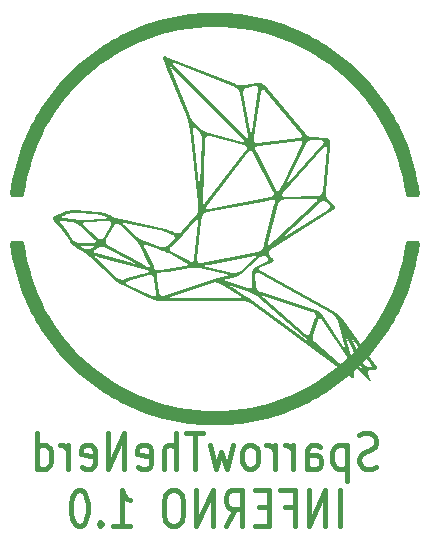
<source format=gbo>
%TF.GenerationSoftware,KiCad,Pcbnew,9.0.5*%
%TF.CreationDate,2025-10-16T12:34:50-04:00*%
%TF.ProjectId,INFERNO,494e4645-524e-44f2-9e6b-696361645f70,rev?*%
%TF.SameCoordinates,Original*%
%TF.FileFunction,Legend,Bot*%
%TF.FilePolarity,Positive*%
%FSLAX46Y46*%
G04 Gerber Fmt 4.6, Leading zero omitted, Abs format (unit mm)*
G04 Created by KiCad (PCBNEW 9.0.5) date 2025-10-16 12:34:50*
%MOMM*%
%LPD*%
G01*
G04 APERTURE LIST*
G04 Aperture macros list*
%AMRoundRect*
0 Rectangle with rounded corners*
0 $1 Rounding radius*
0 $2 $3 $4 $5 $6 $7 $8 $9 X,Y pos of 4 corners*
0 Add a 4 corners polygon primitive as box body*
4,1,4,$2,$3,$4,$5,$6,$7,$8,$9,$2,$3,0*
0 Add four circle primitives for the rounded corners*
1,1,$1+$1,$2,$3*
1,1,$1+$1,$4,$5*
1,1,$1+$1,$6,$7*
1,1,$1+$1,$8,$9*
0 Add four rect primitives between the rounded corners*
20,1,$1+$1,$2,$3,$4,$5,0*
20,1,$1+$1,$4,$5,$6,$7,0*
20,1,$1+$1,$6,$7,$8,$9,0*
20,1,$1+$1,$8,$9,$2,$3,0*%
G04 Aperture macros list end*
%ADD10C,0.400000*%
%ADD11C,0.000000*%
%ADD12RoundRect,0.250000X-0.600000X-0.725000X0.600000X-0.725000X0.600000X0.725000X-0.600000X0.725000X0*%
%ADD13O,1.700000X1.950000*%
%ADD14C,3.600000*%
%ADD15C,5.700000*%
%ADD16RoundRect,0.250000X1.050000X-1.050000X1.050000X1.050000X-1.050000X1.050000X-1.050000X-1.050000X0*%
%ADD17C,2.600000*%
%ADD18R,1.700000X1.700000*%
%ADD19C,1.700000*%
%ADD20O,0.900000X1.600000*%
%ADD21R,5.080000X2.420000*%
%ADD22R,2.000000X2.000000*%
%ADD23C,2.000000*%
%ADD24C,1.400000*%
%ADD25RoundRect,0.770000X-0.980000X0.980000X-0.980000X-0.980000X0.980000X-0.980000X0.980000X0.980000X0*%
%ADD26C,3.500000*%
%ADD27C,2.083600*%
G04 APERTURE END LIST*
D10*
X163154762Y-126139368D02*
X162797619Y-126282225D01*
X162797619Y-126282225D02*
X162202381Y-126282225D01*
X162202381Y-126282225D02*
X161964286Y-126139368D01*
X161964286Y-126139368D02*
X161845238Y-125996510D01*
X161845238Y-125996510D02*
X161726191Y-125710796D01*
X161726191Y-125710796D02*
X161726191Y-125425082D01*
X161726191Y-125425082D02*
X161845238Y-125139368D01*
X161845238Y-125139368D02*
X161964286Y-124996510D01*
X161964286Y-124996510D02*
X162202381Y-124853653D01*
X162202381Y-124853653D02*
X162678572Y-124710796D01*
X162678572Y-124710796D02*
X162916667Y-124567939D01*
X162916667Y-124567939D02*
X163035714Y-124425082D01*
X163035714Y-124425082D02*
X163154762Y-124139368D01*
X163154762Y-124139368D02*
X163154762Y-123853653D01*
X163154762Y-123853653D02*
X163035714Y-123567939D01*
X163035714Y-123567939D02*
X162916667Y-123425082D01*
X162916667Y-123425082D02*
X162678572Y-123282225D01*
X162678572Y-123282225D02*
X162083333Y-123282225D01*
X162083333Y-123282225D02*
X161726191Y-123425082D01*
X160654762Y-124282225D02*
X160654762Y-127282225D01*
X160654762Y-124425082D02*
X160416667Y-124282225D01*
X160416667Y-124282225D02*
X159940477Y-124282225D01*
X159940477Y-124282225D02*
X159702381Y-124425082D01*
X159702381Y-124425082D02*
X159583334Y-124567939D01*
X159583334Y-124567939D02*
X159464286Y-124853653D01*
X159464286Y-124853653D02*
X159464286Y-125710796D01*
X159464286Y-125710796D02*
X159583334Y-125996510D01*
X159583334Y-125996510D02*
X159702381Y-126139368D01*
X159702381Y-126139368D02*
X159940477Y-126282225D01*
X159940477Y-126282225D02*
X160416667Y-126282225D01*
X160416667Y-126282225D02*
X160654762Y-126139368D01*
X157321429Y-126282225D02*
X157321429Y-124710796D01*
X157321429Y-124710796D02*
X157440476Y-124425082D01*
X157440476Y-124425082D02*
X157678572Y-124282225D01*
X157678572Y-124282225D02*
X158154762Y-124282225D01*
X158154762Y-124282225D02*
X158392857Y-124425082D01*
X157321429Y-126139368D02*
X157559524Y-126282225D01*
X157559524Y-126282225D02*
X158154762Y-126282225D01*
X158154762Y-126282225D02*
X158392857Y-126139368D01*
X158392857Y-126139368D02*
X158511905Y-125853653D01*
X158511905Y-125853653D02*
X158511905Y-125567939D01*
X158511905Y-125567939D02*
X158392857Y-125282225D01*
X158392857Y-125282225D02*
X158154762Y-125139368D01*
X158154762Y-125139368D02*
X157559524Y-125139368D01*
X157559524Y-125139368D02*
X157321429Y-124996510D01*
X156130952Y-126282225D02*
X156130952Y-124282225D01*
X156130952Y-124853653D02*
X156011905Y-124567939D01*
X156011905Y-124567939D02*
X155892857Y-124425082D01*
X155892857Y-124425082D02*
X155654762Y-124282225D01*
X155654762Y-124282225D02*
X155416667Y-124282225D01*
X154583333Y-126282225D02*
X154583333Y-124282225D01*
X154583333Y-124853653D02*
X154464286Y-124567939D01*
X154464286Y-124567939D02*
X154345238Y-124425082D01*
X154345238Y-124425082D02*
X154107143Y-124282225D01*
X154107143Y-124282225D02*
X153869048Y-124282225D01*
X152678572Y-126282225D02*
X152916667Y-126139368D01*
X152916667Y-126139368D02*
X153035714Y-125996510D01*
X153035714Y-125996510D02*
X153154762Y-125710796D01*
X153154762Y-125710796D02*
X153154762Y-124853653D01*
X153154762Y-124853653D02*
X153035714Y-124567939D01*
X153035714Y-124567939D02*
X152916667Y-124425082D01*
X152916667Y-124425082D02*
X152678572Y-124282225D01*
X152678572Y-124282225D02*
X152321429Y-124282225D01*
X152321429Y-124282225D02*
X152083333Y-124425082D01*
X152083333Y-124425082D02*
X151964286Y-124567939D01*
X151964286Y-124567939D02*
X151845238Y-124853653D01*
X151845238Y-124853653D02*
X151845238Y-125710796D01*
X151845238Y-125710796D02*
X151964286Y-125996510D01*
X151964286Y-125996510D02*
X152083333Y-126139368D01*
X152083333Y-126139368D02*
X152321429Y-126282225D01*
X152321429Y-126282225D02*
X152678572Y-126282225D01*
X151011905Y-124282225D02*
X150535714Y-126282225D01*
X150535714Y-126282225D02*
X150059524Y-124853653D01*
X150059524Y-124853653D02*
X149583333Y-126282225D01*
X149583333Y-126282225D02*
X149107143Y-124282225D01*
X148511904Y-123282225D02*
X147083333Y-123282225D01*
X147797619Y-126282225D02*
X147797619Y-123282225D01*
X146249999Y-126282225D02*
X146249999Y-123282225D01*
X145178571Y-126282225D02*
X145178571Y-124710796D01*
X145178571Y-124710796D02*
X145297618Y-124425082D01*
X145297618Y-124425082D02*
X145535714Y-124282225D01*
X145535714Y-124282225D02*
X145892857Y-124282225D01*
X145892857Y-124282225D02*
X146130952Y-124425082D01*
X146130952Y-124425082D02*
X146249999Y-124567939D01*
X143035713Y-126139368D02*
X143273809Y-126282225D01*
X143273809Y-126282225D02*
X143749999Y-126282225D01*
X143749999Y-126282225D02*
X143988094Y-126139368D01*
X143988094Y-126139368D02*
X144107142Y-125853653D01*
X144107142Y-125853653D02*
X144107142Y-124710796D01*
X144107142Y-124710796D02*
X143988094Y-124425082D01*
X143988094Y-124425082D02*
X143749999Y-124282225D01*
X143749999Y-124282225D02*
X143273809Y-124282225D01*
X143273809Y-124282225D02*
X143035713Y-124425082D01*
X143035713Y-124425082D02*
X142916666Y-124710796D01*
X142916666Y-124710796D02*
X142916666Y-124996510D01*
X142916666Y-124996510D02*
X144107142Y-125282225D01*
X141845237Y-126282225D02*
X141845237Y-123282225D01*
X141845237Y-123282225D02*
X140416666Y-126282225D01*
X140416666Y-126282225D02*
X140416666Y-123282225D01*
X138273808Y-126139368D02*
X138511904Y-126282225D01*
X138511904Y-126282225D02*
X138988094Y-126282225D01*
X138988094Y-126282225D02*
X139226189Y-126139368D01*
X139226189Y-126139368D02*
X139345237Y-125853653D01*
X139345237Y-125853653D02*
X139345237Y-124710796D01*
X139345237Y-124710796D02*
X139226189Y-124425082D01*
X139226189Y-124425082D02*
X138988094Y-124282225D01*
X138988094Y-124282225D02*
X138511904Y-124282225D01*
X138511904Y-124282225D02*
X138273808Y-124425082D01*
X138273808Y-124425082D02*
X138154761Y-124710796D01*
X138154761Y-124710796D02*
X138154761Y-124996510D01*
X138154761Y-124996510D02*
X139345237Y-125282225D01*
X137083332Y-126282225D02*
X137083332Y-124282225D01*
X137083332Y-124853653D02*
X136964285Y-124567939D01*
X136964285Y-124567939D02*
X136845237Y-124425082D01*
X136845237Y-124425082D02*
X136607142Y-124282225D01*
X136607142Y-124282225D02*
X136369047Y-124282225D01*
X134464285Y-126282225D02*
X134464285Y-123282225D01*
X134464285Y-126139368D02*
X134702380Y-126282225D01*
X134702380Y-126282225D02*
X135178571Y-126282225D01*
X135178571Y-126282225D02*
X135416666Y-126139368D01*
X135416666Y-126139368D02*
X135535713Y-125996510D01*
X135535713Y-125996510D02*
X135654761Y-125710796D01*
X135654761Y-125710796D02*
X135654761Y-124853653D01*
X135654761Y-124853653D02*
X135535713Y-124567939D01*
X135535713Y-124567939D02*
X135416666Y-124425082D01*
X135416666Y-124425082D02*
X135178571Y-124282225D01*
X135178571Y-124282225D02*
X134702380Y-124282225D01*
X134702380Y-124282225D02*
X134464285Y-124425082D01*
X160059523Y-131112057D02*
X160059523Y-128112057D01*
X158869047Y-131112057D02*
X158869047Y-128112057D01*
X158869047Y-128112057D02*
X157440476Y-131112057D01*
X157440476Y-131112057D02*
X157440476Y-128112057D01*
X155416666Y-129540628D02*
X156249999Y-129540628D01*
X156249999Y-131112057D02*
X156249999Y-128112057D01*
X156249999Y-128112057D02*
X155059523Y-128112057D01*
X154107142Y-129540628D02*
X153273809Y-129540628D01*
X152916666Y-131112057D02*
X154107142Y-131112057D01*
X154107142Y-131112057D02*
X154107142Y-128112057D01*
X154107142Y-128112057D02*
X152916666Y-128112057D01*
X150416666Y-131112057D02*
X151249999Y-129683485D01*
X151845237Y-131112057D02*
X151845237Y-128112057D01*
X151845237Y-128112057D02*
X150892856Y-128112057D01*
X150892856Y-128112057D02*
X150654761Y-128254914D01*
X150654761Y-128254914D02*
X150535714Y-128397771D01*
X150535714Y-128397771D02*
X150416666Y-128683485D01*
X150416666Y-128683485D02*
X150416666Y-129112057D01*
X150416666Y-129112057D02*
X150535714Y-129397771D01*
X150535714Y-129397771D02*
X150654761Y-129540628D01*
X150654761Y-129540628D02*
X150892856Y-129683485D01*
X150892856Y-129683485D02*
X151845237Y-129683485D01*
X149345237Y-131112057D02*
X149345237Y-128112057D01*
X149345237Y-128112057D02*
X147916666Y-131112057D01*
X147916666Y-131112057D02*
X147916666Y-128112057D01*
X146249999Y-128112057D02*
X145773808Y-128112057D01*
X145773808Y-128112057D02*
X145535713Y-128254914D01*
X145535713Y-128254914D02*
X145297618Y-128540628D01*
X145297618Y-128540628D02*
X145178570Y-129112057D01*
X145178570Y-129112057D02*
X145178570Y-130112057D01*
X145178570Y-130112057D02*
X145297618Y-130683485D01*
X145297618Y-130683485D02*
X145535713Y-130969200D01*
X145535713Y-130969200D02*
X145773808Y-131112057D01*
X145773808Y-131112057D02*
X146249999Y-131112057D01*
X146249999Y-131112057D02*
X146488094Y-130969200D01*
X146488094Y-130969200D02*
X146726189Y-130683485D01*
X146726189Y-130683485D02*
X146845237Y-130112057D01*
X146845237Y-130112057D02*
X146845237Y-129112057D01*
X146845237Y-129112057D02*
X146726189Y-128540628D01*
X146726189Y-128540628D02*
X146488094Y-128254914D01*
X146488094Y-128254914D02*
X146249999Y-128112057D01*
X140892856Y-131112057D02*
X142321427Y-131112057D01*
X141607141Y-131112057D02*
X141607141Y-128112057D01*
X141607141Y-128112057D02*
X141845237Y-128540628D01*
X141845237Y-128540628D02*
X142083332Y-128826342D01*
X142083332Y-128826342D02*
X142321427Y-128969200D01*
X139821427Y-130826342D02*
X139702380Y-130969200D01*
X139702380Y-130969200D02*
X139821427Y-131112057D01*
X139821427Y-131112057D02*
X139940475Y-130969200D01*
X139940475Y-130969200D02*
X139821427Y-130826342D01*
X139821427Y-130826342D02*
X139821427Y-131112057D01*
X138154761Y-128112057D02*
X137916666Y-128112057D01*
X137916666Y-128112057D02*
X137678570Y-128254914D01*
X137678570Y-128254914D02*
X137559523Y-128397771D01*
X137559523Y-128397771D02*
X137440475Y-128683485D01*
X137440475Y-128683485D02*
X137321428Y-129254914D01*
X137321428Y-129254914D02*
X137321428Y-129969200D01*
X137321428Y-129969200D02*
X137440475Y-130540628D01*
X137440475Y-130540628D02*
X137559523Y-130826342D01*
X137559523Y-130826342D02*
X137678570Y-130969200D01*
X137678570Y-130969200D02*
X137916666Y-131112057D01*
X137916666Y-131112057D02*
X138154761Y-131112057D01*
X138154761Y-131112057D02*
X138392856Y-130969200D01*
X138392856Y-130969200D02*
X138511904Y-130826342D01*
X138511904Y-130826342D02*
X138630951Y-130540628D01*
X138630951Y-130540628D02*
X138749999Y-129969200D01*
X138749999Y-129969200D02*
X138749999Y-129254914D01*
X138749999Y-129254914D02*
X138630951Y-128683485D01*
X138630951Y-128683485D02*
X138511904Y-128397771D01*
X138511904Y-128397771D02*
X138392856Y-128254914D01*
X138392856Y-128254914D02*
X138154761Y-128112057D01*
D11*
G36*
X157101036Y-97884955D02*
G01*
X157128969Y-97916074D01*
X157160159Y-97946516D01*
X157194272Y-97976115D01*
X157230975Y-98004706D01*
X157269933Y-98032122D01*
X157310813Y-98058198D01*
X157353282Y-98082768D01*
X157372354Y-98092757D01*
X157397005Y-98105667D01*
X157441649Y-98126729D01*
X157486880Y-98145788D01*
X157532365Y-98162678D01*
X157577769Y-98177235D01*
X157622759Y-98189291D01*
X157667002Y-98198682D01*
X157710164Y-98205242D01*
X157751910Y-98208805D01*
X158927453Y-98265558D01*
X158947712Y-98267072D01*
X158967620Y-98269588D01*
X158987154Y-98273078D01*
X159006290Y-98277518D01*
X159025006Y-98282879D01*
X159043279Y-98289137D01*
X159061085Y-98296264D01*
X159078402Y-98304235D01*
X159095206Y-98313022D01*
X159111474Y-98322599D01*
X159127183Y-98332941D01*
X159142310Y-98344020D01*
X159156832Y-98355811D01*
X159170725Y-98368286D01*
X159183967Y-98381420D01*
X159196535Y-98395187D01*
X159208404Y-98409559D01*
X159219554Y-98424510D01*
X159229959Y-98440015D01*
X159239597Y-98456046D01*
X159248445Y-98472577D01*
X159256480Y-98489582D01*
X159263679Y-98507035D01*
X159270019Y-98524909D01*
X159275475Y-98543178D01*
X159280027Y-98561815D01*
X159283649Y-98580793D01*
X159286320Y-98600088D01*
X159288016Y-98619672D01*
X159288631Y-98637191D01*
X159288713Y-98639519D01*
X159288390Y-98659602D01*
X159287022Y-98679895D01*
X159245037Y-99128936D01*
X158894910Y-102873674D01*
X158892669Y-102915350D01*
X158893453Y-102958592D01*
X158897130Y-103003061D01*
X158903572Y-103048417D01*
X158912649Y-103094319D01*
X158924231Y-103140428D01*
X158938188Y-103186403D01*
X158954391Y-103231904D01*
X158972710Y-103276591D01*
X158993016Y-103320124D01*
X159015178Y-103362163D01*
X159039068Y-103402367D01*
X159064555Y-103440398D01*
X159091510Y-103475914D01*
X159119804Y-103508575D01*
X159149306Y-103538042D01*
X159159722Y-103547665D01*
X159550547Y-103908723D01*
X159565053Y-103922799D01*
X159578507Y-103937248D01*
X159590914Y-103952040D01*
X159602275Y-103967143D01*
X159612593Y-103982528D01*
X159621872Y-103998162D01*
X159630113Y-104014015D01*
X159637320Y-104030056D01*
X159643495Y-104046254D01*
X159648640Y-104062578D01*
X159652759Y-104078997D01*
X159655854Y-104095480D01*
X159657780Y-104110813D01*
X159657928Y-104111996D01*
X159658984Y-104128514D01*
X159659024Y-104145004D01*
X159658050Y-104161434D01*
X159656067Y-104177773D01*
X159653075Y-104193990D01*
X159649079Y-104210055D01*
X159644080Y-104225937D01*
X159638081Y-104241603D01*
X159631086Y-104257025D01*
X159623096Y-104272170D01*
X159614115Y-104287007D01*
X159604145Y-104301506D01*
X159593189Y-104315636D01*
X159581249Y-104329366D01*
X159568328Y-104342664D01*
X159554429Y-104355500D01*
X159539555Y-104367843D01*
X159523708Y-104379662D01*
X159506890Y-104390926D01*
X154205434Y-107762379D01*
X154188651Y-107773646D01*
X154172831Y-107785471D01*
X154157977Y-107797826D01*
X154144092Y-107810677D01*
X154131180Y-107823995D01*
X154119242Y-107837748D01*
X154108282Y-107851905D01*
X154098303Y-107866435D01*
X154089307Y-107881307D01*
X154081298Y-107896489D01*
X154074279Y-107911951D01*
X154068252Y-107927662D01*
X154063220Y-107943590D01*
X154059187Y-107959704D01*
X154056154Y-107975974D01*
X154054126Y-107992368D01*
X154053104Y-108008855D01*
X154053092Y-108025403D01*
X154054094Y-108041983D01*
X154056110Y-108058562D01*
X154059145Y-108075110D01*
X154063202Y-108091595D01*
X154068283Y-108107987D01*
X154074391Y-108124254D01*
X154081530Y-108140366D01*
X154089701Y-108156290D01*
X154098909Y-108171996D01*
X154109155Y-108187453D01*
X154120443Y-108202631D01*
X154132776Y-108217496D01*
X154146156Y-108232020D01*
X154160587Y-108246169D01*
X154374504Y-108445800D01*
X154388886Y-108459852D01*
X154402123Y-108474084D01*
X154414219Y-108488471D01*
X154425180Y-108502986D01*
X154435011Y-108517602D01*
X154443718Y-108532294D01*
X154451305Y-108547035D01*
X154457779Y-108561799D01*
X154458718Y-108564383D01*
X154463144Y-108576559D01*
X154467405Y-108591290D01*
X154470568Y-108605964D01*
X154472639Y-108620557D01*
X154473622Y-108635040D01*
X154473523Y-108649388D01*
X154472348Y-108663575D01*
X154470100Y-108677575D01*
X154466787Y-108691360D01*
X154462413Y-108704905D01*
X154456983Y-108718184D01*
X154450502Y-108731170D01*
X154442977Y-108743836D01*
X154434412Y-108756157D01*
X154424813Y-108768107D01*
X154414184Y-108779658D01*
X154402532Y-108790785D01*
X154389862Y-108801461D01*
X154376178Y-108811660D01*
X154361486Y-108821356D01*
X154345792Y-108830523D01*
X154329101Y-108839133D01*
X154311417Y-108847161D01*
X154292747Y-108854581D01*
X153412479Y-109181605D01*
X153393847Y-109188924D01*
X153376349Y-109196654D01*
X153359986Y-109204774D01*
X153344761Y-109213262D01*
X153330676Y-109222097D01*
X153317731Y-109231257D01*
X153305929Y-109240721D01*
X153295271Y-109250468D01*
X153285758Y-109260476D01*
X153277394Y-109270723D01*
X153270178Y-109281189D01*
X153264114Y-109291851D01*
X153259202Y-109302688D01*
X153255444Y-109313680D01*
X153252842Y-109324803D01*
X153251397Y-109336038D01*
X153251112Y-109347362D01*
X153251988Y-109358755D01*
X153254026Y-109370194D01*
X153257229Y-109381658D01*
X153261597Y-109393126D01*
X153267133Y-109404576D01*
X153273839Y-109415988D01*
X153281715Y-109427338D01*
X153290764Y-109438607D01*
X153300987Y-109449772D01*
X153312386Y-109460813D01*
X153324963Y-109471707D01*
X153338718Y-109482433D01*
X153353655Y-109492971D01*
X153369775Y-109503297D01*
X153387079Y-109513392D01*
X159696201Y-113037641D01*
X159732689Y-113059014D01*
X159770517Y-113083071D01*
X159809388Y-113109546D01*
X159849004Y-113138174D01*
X159889070Y-113168691D01*
X159929287Y-113200831D01*
X159969359Y-113234329D01*
X160008988Y-113268920D01*
X160047878Y-113304338D01*
X160085732Y-113340320D01*
X160122252Y-113376599D01*
X160157141Y-113412911D01*
X160190102Y-113448990D01*
X160220838Y-113484572D01*
X160249053Y-113519391D01*
X160274449Y-113553181D01*
X163175605Y-117586224D01*
X163186959Y-117602722D01*
X163197143Y-117619013D01*
X163206167Y-117635076D01*
X163214041Y-117650892D01*
X163219553Y-117663615D01*
X163220775Y-117666437D01*
X163226381Y-117681694D01*
X163230869Y-117696639D01*
X163234249Y-117711253D01*
X163236533Y-117725514D01*
X163237730Y-117739402D01*
X163237850Y-117752897D01*
X163236906Y-117765976D01*
X163234906Y-117778621D01*
X163231863Y-117790809D01*
X163227785Y-117802520D01*
X163222684Y-117813733D01*
X163216571Y-117824428D01*
X163209455Y-117834583D01*
X163201347Y-117844179D01*
X163192259Y-117853193D01*
X163182200Y-117861605D01*
X163171181Y-117869395D01*
X163159212Y-117876542D01*
X163146304Y-117883025D01*
X163132468Y-117888823D01*
X163117714Y-117893915D01*
X163102053Y-117898281D01*
X163085495Y-117901900D01*
X163068050Y-117904750D01*
X163049730Y-117906812D01*
X163044755Y-117907137D01*
X163030545Y-117908065D01*
X163010505Y-117908487D01*
X162732692Y-117908487D01*
X162712553Y-117908964D01*
X162693073Y-117910381D01*
X162674269Y-117912714D01*
X162656155Y-117915938D01*
X162638747Y-117920032D01*
X162622061Y-117924971D01*
X162606112Y-117930732D01*
X162590915Y-117937292D01*
X162576486Y-117944626D01*
X162562841Y-117952712D01*
X162549994Y-117961526D01*
X162537962Y-117971044D01*
X162526760Y-117981243D01*
X162516403Y-117992100D01*
X162506907Y-118003591D01*
X162498288Y-118015693D01*
X162490560Y-118028382D01*
X162483740Y-118041635D01*
X162477842Y-118055428D01*
X162472882Y-118069737D01*
X162468877Y-118084540D01*
X162465840Y-118099813D01*
X162463788Y-118115532D01*
X162462737Y-118131674D01*
X162462700Y-118148215D01*
X162463695Y-118165132D01*
X162465737Y-118182402D01*
X162468841Y-118200000D01*
X162473022Y-118217904D01*
X162478296Y-118236090D01*
X162484679Y-118254535D01*
X162492186Y-118273215D01*
X162660461Y-118665328D01*
X162674909Y-118701043D01*
X162686002Y-118732999D01*
X162690312Y-118747552D01*
X162693810Y-118761146D01*
X162696503Y-118773777D01*
X162698400Y-118785438D01*
X162699510Y-118796122D01*
X162699841Y-118805825D01*
X162699403Y-118814539D01*
X162698203Y-118822259D01*
X162696250Y-118828979D01*
X162693553Y-118834693D01*
X162690120Y-118839394D01*
X162685960Y-118843077D01*
X162681082Y-118845736D01*
X162675493Y-118847364D01*
X162669203Y-118847956D01*
X162662221Y-118847506D01*
X162654554Y-118846007D01*
X162646211Y-118843453D01*
X162637201Y-118839839D01*
X162627533Y-118835158D01*
X162617214Y-118829405D01*
X162606255Y-118822573D01*
X162594662Y-118814657D01*
X162582445Y-118805649D01*
X162556174Y-118784339D01*
X162527508Y-118758593D01*
X161563101Y-117854510D01*
X161548297Y-117841120D01*
X161533735Y-117828924D01*
X161519434Y-117817915D01*
X161505410Y-117808085D01*
X161491680Y-117799426D01*
X161478262Y-117791929D01*
X161465172Y-117785588D01*
X161452429Y-117780394D01*
X161440049Y-117776339D01*
X161428050Y-117773416D01*
X161416449Y-117771617D01*
X161405262Y-117770934D01*
X161394508Y-117771359D01*
X161384203Y-117772884D01*
X161374365Y-117775502D01*
X161365011Y-117779204D01*
X161356158Y-117783982D01*
X161347824Y-117789830D01*
X161340025Y-117796738D01*
X161332778Y-117804700D01*
X161326102Y-117813707D01*
X161320013Y-117823751D01*
X161314529Y-117834825D01*
X161311863Y-117841456D01*
X161309666Y-117846921D01*
X161305442Y-117860030D01*
X161301874Y-117874146D01*
X161298980Y-117889260D01*
X161296776Y-117905364D01*
X161295280Y-117922451D01*
X161294509Y-117940512D01*
X161294480Y-117959540D01*
X161295211Y-117979527D01*
X161317436Y-118392673D01*
X161318128Y-118412670D01*
X161317987Y-118431801D01*
X161317029Y-118450056D01*
X161315276Y-118467424D01*
X161312745Y-118483895D01*
X161309457Y-118499460D01*
X161305428Y-118514107D01*
X161300680Y-118527827D01*
X161295231Y-118540609D01*
X161289099Y-118552443D01*
X161282305Y-118563319D01*
X161274866Y-118573227D01*
X161266803Y-118582155D01*
X161258133Y-118590095D01*
X161248877Y-118597036D01*
X161239053Y-118602967D01*
X161228680Y-118607878D01*
X161217777Y-118611760D01*
X161206364Y-118614601D01*
X161194459Y-118616392D01*
X161182081Y-118617122D01*
X161169250Y-118616781D01*
X161155984Y-118615359D01*
X161142302Y-118612845D01*
X161128224Y-118609230D01*
X161113769Y-118604503D01*
X161098955Y-118598654D01*
X161083802Y-118591673D01*
X161068328Y-118583548D01*
X161052554Y-118574271D01*
X161036497Y-118563831D01*
X161020176Y-118552217D01*
X152657227Y-112339142D01*
X152622746Y-112315033D01*
X152585183Y-112291603D01*
X152544904Y-112268973D01*
X152502278Y-112247265D01*
X152457674Y-112226598D01*
X152411458Y-112207093D01*
X152364000Y-112188873D01*
X152315666Y-112172057D01*
X152266826Y-112156766D01*
X152217847Y-112143122D01*
X152169097Y-112131245D01*
X152120943Y-112121257D01*
X152073755Y-112113278D01*
X152027900Y-112107428D01*
X151983746Y-112103830D01*
X151941661Y-112102604D01*
X144995951Y-112102604D01*
X144953651Y-112101744D01*
X144908865Y-112099220D01*
X144861981Y-112095119D01*
X144813388Y-112089526D01*
X144763475Y-112082525D01*
X144712629Y-112074203D01*
X144609692Y-112053937D01*
X144507686Y-112029411D01*
X144458003Y-112015764D01*
X144409717Y-112001308D01*
X144363217Y-111986129D01*
X144318891Y-111970313D01*
X144277128Y-111953944D01*
X144238316Y-111937109D01*
X143972007Y-111815002D01*
X145656545Y-111815002D01*
X145656648Y-111819486D01*
X145657996Y-111823761D01*
X145660586Y-111827821D01*
X145664418Y-111831656D01*
X145669489Y-111835258D01*
X145675800Y-111838619D01*
X145683348Y-111841731D01*
X145692133Y-111844586D01*
X145702152Y-111847175D01*
X145713406Y-111849490D01*
X145725891Y-111851523D01*
X145739607Y-111853266D01*
X145754554Y-111854710D01*
X145788130Y-111856671D01*
X145826609Y-111857339D01*
X151557090Y-111857334D01*
X151576991Y-111857062D01*
X151595766Y-111856254D01*
X151613410Y-111854925D01*
X151629919Y-111853086D01*
X151645290Y-111850753D01*
X151659519Y-111847937D01*
X151672603Y-111844653D01*
X151684536Y-111840914D01*
X151695316Y-111836732D01*
X151704939Y-111832123D01*
X151713401Y-111827098D01*
X151720698Y-111821672D01*
X151726827Y-111815857D01*
X151731783Y-111809667D01*
X151735564Y-111803116D01*
X151738164Y-111796216D01*
X151739581Y-111788982D01*
X151739810Y-111781426D01*
X151738848Y-111773562D01*
X151736691Y-111765403D01*
X151733336Y-111756962D01*
X151728777Y-111748254D01*
X151723013Y-111739291D01*
X151716038Y-111730087D01*
X151707850Y-111720655D01*
X151698443Y-111711008D01*
X151687816Y-111701161D01*
X151675963Y-111691125D01*
X151662881Y-111680915D01*
X151648566Y-111670544D01*
X151633015Y-111660025D01*
X151616223Y-111649372D01*
X150271576Y-110821207D01*
X150796667Y-110821207D01*
X150797068Y-110824876D01*
X150798626Y-110829067D01*
X150801343Y-110833775D01*
X150805223Y-110838996D01*
X150810267Y-110844723D01*
X150823856Y-110857674D01*
X150842132Y-110872586D01*
X150865112Y-110889414D01*
X150892817Y-110908115D01*
X150925265Y-110928646D01*
X152096046Y-111649372D01*
X152311658Y-111781426D01*
X152335807Y-111796216D01*
X152409644Y-111840914D01*
X152437754Y-111857334D01*
X152444976Y-111862176D01*
X152464276Y-111876049D01*
X152533848Y-111926986D01*
X152760017Y-112094268D01*
X158111876Y-116073734D01*
X158169683Y-116115997D01*
X158192701Y-116132229D01*
X158211783Y-116145209D01*
X158226919Y-116154948D01*
X158238098Y-116161455D01*
X158245312Y-116164741D01*
X158247429Y-116165180D01*
X158248550Y-116164818D01*
X158248675Y-116163655D01*
X158247802Y-116161694D01*
X158243058Y-116155381D01*
X158234308Y-116145889D01*
X158221544Y-116133229D01*
X158204753Y-116117411D01*
X158183928Y-116098445D01*
X158130132Y-116051113D01*
X157039867Y-115109727D01*
X157783215Y-115109727D01*
X157784484Y-115153409D01*
X157788793Y-115197324D01*
X157796055Y-115241147D01*
X157806184Y-115284550D01*
X157819094Y-115327209D01*
X157834700Y-115368799D01*
X157852915Y-115408993D01*
X157873653Y-115447467D01*
X157896828Y-115483894D01*
X157922354Y-115517949D01*
X157950145Y-115549307D01*
X157980115Y-115577641D01*
X158659676Y-116163655D01*
X160695929Y-117919601D01*
X160711291Y-117932365D01*
X160726334Y-117943946D01*
X160741043Y-117954355D01*
X160755401Y-117963598D01*
X160769393Y-117971686D01*
X160783002Y-117978626D01*
X160796212Y-117984427D01*
X160809008Y-117989098D01*
X160821373Y-117992648D01*
X160833291Y-117995085D01*
X160844746Y-117996417D01*
X160855722Y-117996655D01*
X160866203Y-117995805D01*
X160876173Y-117993877D01*
X160885616Y-117990880D01*
X160894516Y-117986821D01*
X160902856Y-117981711D01*
X160910621Y-117975557D01*
X160917795Y-117968368D01*
X160924361Y-117960152D01*
X160930304Y-117950919D01*
X160935607Y-117940677D01*
X160940255Y-117929434D01*
X160944230Y-117917200D01*
X160947519Y-117903983D01*
X160950103Y-117889791D01*
X160951967Y-117874633D01*
X160953096Y-117858519D01*
X160953472Y-117841456D01*
X160953081Y-117823453D01*
X160951905Y-117804519D01*
X160949929Y-117784662D01*
X160926911Y-117591781D01*
X160921008Y-117549924D01*
X160913063Y-117505864D01*
X160903210Y-117459970D01*
X160891583Y-117412617D01*
X160878317Y-117364175D01*
X160863545Y-117315016D01*
X160847403Y-117265514D01*
X160830024Y-117216040D01*
X160811543Y-117166965D01*
X160792094Y-117118663D01*
X160771811Y-117071505D01*
X160750829Y-117025863D01*
X160729281Y-116982109D01*
X160707303Y-116940615D01*
X160685029Y-116901755D01*
X160662592Y-116865898D01*
X158580189Y-113695660D01*
X158568848Y-113679137D01*
X158557313Y-113663794D01*
X158545606Y-113649629D01*
X158533750Y-113636639D01*
X158521766Y-113624821D01*
X158509678Y-113614173D01*
X158497506Y-113604692D01*
X158485274Y-113596374D01*
X158473003Y-113589218D01*
X158460717Y-113583219D01*
X158448436Y-113578376D01*
X158436184Y-113574685D01*
X158423982Y-113572144D01*
X158411853Y-113570750D01*
X158399820Y-113570499D01*
X158387903Y-113571390D01*
X158376126Y-113573419D01*
X158364511Y-113576583D01*
X158353080Y-113580880D01*
X158341855Y-113586307D01*
X158330858Y-113592861D01*
X158320112Y-113600539D01*
X158309639Y-113609339D01*
X158299462Y-113619256D01*
X158289602Y-113630290D01*
X158280081Y-113642436D01*
X158270922Y-113655692D01*
X158262148Y-113670055D01*
X158253779Y-113685523D01*
X158245840Y-113702092D01*
X158238351Y-113719760D01*
X158231335Y-113738523D01*
X157810252Y-114943833D01*
X157798504Y-114983330D01*
X157790139Y-115024361D01*
X157785071Y-115066602D01*
X157783215Y-115109727D01*
X157039867Y-115109727D01*
X153093393Y-111702157D01*
X153073170Y-111685357D01*
X153521312Y-111685357D01*
X153521443Y-111691502D01*
X153522680Y-111698239D01*
X153525029Y-111705557D01*
X153528494Y-111713449D01*
X153533080Y-111721905D01*
X153538792Y-111730918D01*
X153545634Y-111740478D01*
X153553613Y-111750577D01*
X153562731Y-111761207D01*
X153572995Y-111772359D01*
X153596979Y-111796194D01*
X153625602Y-111822013D01*
X157152630Y-114866837D01*
X157168189Y-114879627D01*
X157183889Y-114891287D01*
X157199704Y-114901825D01*
X157215606Y-114911246D01*
X157231567Y-114919560D01*
X157247560Y-114926772D01*
X157263557Y-114932890D01*
X157279530Y-114937921D01*
X157295453Y-114941873D01*
X157311296Y-114944752D01*
X157327033Y-114946567D01*
X157342637Y-114947323D01*
X157358078Y-114947028D01*
X157373330Y-114945690D01*
X157388366Y-114943315D01*
X157403157Y-114939911D01*
X157417676Y-114935485D01*
X157431895Y-114930045D01*
X157445787Y-114923596D01*
X157459324Y-114916147D01*
X157472478Y-114907705D01*
X157485222Y-114898277D01*
X157497529Y-114887870D01*
X157509370Y-114876491D01*
X157520718Y-114864148D01*
X157531546Y-114850848D01*
X157541825Y-114836597D01*
X157551529Y-114821404D01*
X157560629Y-114805275D01*
X157569098Y-114788217D01*
X157576908Y-114770239D01*
X157584032Y-114751346D01*
X158017816Y-113509527D01*
X158024018Y-113490168D01*
X158029167Y-113470734D01*
X158033277Y-113451258D01*
X158036364Y-113431770D01*
X158038444Y-113412304D01*
X158039533Y-113392891D01*
X158039647Y-113373564D01*
X158038801Y-113354354D01*
X158037011Y-113335293D01*
X158034292Y-113316414D01*
X158030660Y-113297748D01*
X158026132Y-113279328D01*
X158020722Y-113261185D01*
X158014447Y-113243352D01*
X158007321Y-113225861D01*
X157999362Y-113208743D01*
X157990583Y-113192032D01*
X157981002Y-113175758D01*
X157970634Y-113159954D01*
X157959494Y-113144652D01*
X157947599Y-113129884D01*
X157934963Y-113115682D01*
X157921603Y-113102078D01*
X157907535Y-113089105D01*
X157892773Y-113076793D01*
X157877334Y-113065176D01*
X157861234Y-113054285D01*
X157844488Y-113044152D01*
X157827111Y-113034810D01*
X157809120Y-113026290D01*
X157790530Y-113018625D01*
X157771357Y-113011846D01*
X153702596Y-111685487D01*
X153665711Y-111674332D01*
X153632922Y-111666122D01*
X153618074Y-111663100D01*
X153604265Y-111660789D01*
X153591499Y-111659180D01*
X153579781Y-111658264D01*
X153569116Y-111658033D01*
X153559509Y-111658478D01*
X153550964Y-111659591D01*
X153543487Y-111661363D01*
X153537082Y-111663786D01*
X153531754Y-111666850D01*
X153527508Y-111670548D01*
X153524349Y-111674871D01*
X153522282Y-111679810D01*
X153521312Y-111685357D01*
X153073170Y-111685357D01*
X153060853Y-111675125D01*
X153025378Y-111647593D01*
X152987317Y-111619754D01*
X152947020Y-111591806D01*
X152904834Y-111563943D01*
X152861109Y-111536363D01*
X152816193Y-111509261D01*
X152770435Y-111482833D01*
X152724184Y-111457274D01*
X152677790Y-111432781D01*
X152631599Y-111409549D01*
X152585963Y-111387775D01*
X152541228Y-111367654D01*
X152497745Y-111349383D01*
X152455861Y-111333156D01*
X152415926Y-111319171D01*
X150964555Y-110844113D01*
X150927867Y-110832622D01*
X150895654Y-110823572D01*
X150867935Y-110816918D01*
X150844729Y-110812616D01*
X150826055Y-110810624D01*
X150818424Y-110810480D01*
X150811933Y-110810898D01*
X150806585Y-110811870D01*
X150802382Y-110813393D01*
X150799326Y-110815460D01*
X150797420Y-110818067D01*
X150796667Y-110821207D01*
X150271576Y-110821207D01*
X149953715Y-110625437D01*
X149917364Y-110604933D01*
X149878208Y-110586313D01*
X149836612Y-110569616D01*
X149792944Y-110554886D01*
X149747568Y-110542162D01*
X149700852Y-110531486D01*
X149653161Y-110522900D01*
X149604862Y-110516444D01*
X149556322Y-110512161D01*
X149507905Y-110510090D01*
X149459980Y-110510275D01*
X149412911Y-110512755D01*
X149367066Y-110517572D01*
X149322810Y-110524768D01*
X149280509Y-110534383D01*
X149240531Y-110546459D01*
X145805179Y-111728352D01*
X145769012Y-111741508D01*
X145737895Y-111754291D01*
X145724226Y-111760522D01*
X145711817Y-111766636D01*
X145700664Y-111772623D01*
X145690767Y-111778477D01*
X145682125Y-111784187D01*
X145674736Y-111789748D01*
X145668599Y-111795149D01*
X145663713Y-111800383D01*
X145660076Y-111805442D01*
X145657687Y-111810318D01*
X145656545Y-111815002D01*
X143972007Y-111815002D01*
X141693553Y-110770294D01*
X141655299Y-110752049D01*
X141615175Y-110731545D01*
X141573514Y-110709005D01*
X141530649Y-110684656D01*
X141442644Y-110631424D01*
X141353829Y-110573643D01*
X141329507Y-110556711D01*
X141984815Y-110556711D01*
X141985913Y-110566147D01*
X141988211Y-110575639D01*
X141991708Y-110585168D01*
X141996407Y-110594717D01*
X142002308Y-110604270D01*
X142009414Y-110613807D01*
X142017724Y-110623313D01*
X142027241Y-110632768D01*
X142037965Y-110642155D01*
X142049898Y-110651458D01*
X142063042Y-110660657D01*
X142077396Y-110669737D01*
X142092963Y-110678678D01*
X142109744Y-110687464D01*
X142127739Y-110696077D01*
X144215698Y-111650562D01*
X144234123Y-111658518D01*
X144252176Y-111665353D01*
X144269840Y-111671083D01*
X144287093Y-111675722D01*
X144303916Y-111679285D01*
X144320290Y-111681787D01*
X144336194Y-111683241D01*
X144351609Y-111683664D01*
X144366516Y-111683070D01*
X144380894Y-111681472D01*
X144394724Y-111678887D01*
X144407986Y-111675328D01*
X144420661Y-111670811D01*
X144432729Y-111665350D01*
X144444170Y-111658959D01*
X144454964Y-111651654D01*
X144465092Y-111643449D01*
X144474534Y-111634358D01*
X144483271Y-111624397D01*
X144491282Y-111613580D01*
X144498548Y-111601922D01*
X144505050Y-111589437D01*
X144510767Y-111576141D01*
X144515680Y-111562047D01*
X144519769Y-111547171D01*
X144523015Y-111531527D01*
X144525398Y-111515130D01*
X144526897Y-111497994D01*
X144527495Y-111480135D01*
X144527170Y-111461566D01*
X144525903Y-111442303D01*
X144523674Y-111422360D01*
X144358177Y-110198396D01*
X144354941Y-110178381D01*
X144350759Y-110158902D01*
X144345658Y-110139978D01*
X144339667Y-110121627D01*
X144332812Y-110103867D01*
X144325123Y-110086717D01*
X144316627Y-110070195D01*
X144307352Y-110054318D01*
X144297326Y-110039105D01*
X144286577Y-110024574D01*
X144275132Y-110010744D01*
X144263020Y-109997632D01*
X144250269Y-109985256D01*
X144236906Y-109973635D01*
X144222959Y-109962788D01*
X144208456Y-109952731D01*
X144193426Y-109943483D01*
X144177895Y-109935063D01*
X144161893Y-109927489D01*
X144145446Y-109920778D01*
X144128583Y-109914949D01*
X144111332Y-109910021D01*
X144093720Y-109906010D01*
X144075776Y-109902936D01*
X144057527Y-109900817D01*
X144039001Y-109899670D01*
X144020227Y-109899514D01*
X144001231Y-109900367D01*
X143982043Y-109902248D01*
X143962690Y-109905174D01*
X143943199Y-109909164D01*
X143923599Y-109914235D01*
X142148378Y-110421838D01*
X142129284Y-110427639D01*
X142111368Y-110433795D01*
X142094631Y-110440288D01*
X142079074Y-110447100D01*
X142064699Y-110454213D01*
X142051507Y-110461611D01*
X142039499Y-110469276D01*
X142028676Y-110477189D01*
X142019040Y-110485334D01*
X142010592Y-110493692D01*
X142003332Y-110502247D01*
X141997263Y-110510981D01*
X141992386Y-110519875D01*
X141988701Y-110528913D01*
X141986210Y-110538077D01*
X141984914Y-110547349D01*
X141984815Y-110556711D01*
X141329507Y-110556711D01*
X141266875Y-110513108D01*
X141184450Y-110451616D01*
X141145771Y-110421071D01*
X141109225Y-110390961D01*
X141075147Y-110361508D01*
X141043869Y-110332938D01*
X138928206Y-108341351D01*
X139363319Y-108341351D01*
X139363960Y-108349060D01*
X139365705Y-108357336D01*
X139368561Y-108366167D01*
X139372535Y-108375543D01*
X139377632Y-108385453D01*
X139383857Y-108395887D01*
X139391218Y-108406834D01*
X139399719Y-108418284D01*
X139409368Y-108430227D01*
X139420169Y-108442651D01*
X139432129Y-108455546D01*
X139459549Y-108482707D01*
X141170079Y-110092033D01*
X141201532Y-110119180D01*
X141235981Y-110144458D01*
X141273083Y-110167783D01*
X141312496Y-110189070D01*
X141353876Y-110208236D01*
X141396880Y-110225198D01*
X141441165Y-110239872D01*
X141486389Y-110252174D01*
X141532208Y-110262019D01*
X141578280Y-110269326D01*
X141624260Y-110274009D01*
X141669807Y-110275986D01*
X141714578Y-110275172D01*
X141758229Y-110271484D01*
X141800417Y-110264838D01*
X141840799Y-110255150D01*
X143330911Y-109829576D01*
X144604052Y-109829576D01*
X144604388Y-109855494D01*
X144605352Y-109883904D01*
X144606939Y-109914602D01*
X144609143Y-109947381D01*
X144611960Y-109982035D01*
X144615383Y-110018359D01*
X144619408Y-110056147D01*
X144624029Y-110095193D01*
X144629242Y-110135291D01*
X144800294Y-111402912D01*
X144803521Y-111422902D01*
X144807676Y-111442306D01*
X144812732Y-111461106D01*
X144818663Y-111479285D01*
X144818991Y-111480135D01*
X144825440Y-111496827D01*
X144833036Y-111513715D01*
X144841425Y-111529931D01*
X144850579Y-111545459D01*
X144860471Y-111560282D01*
X144871073Y-111574382D01*
X144882359Y-111587744D01*
X144894300Y-111600350D01*
X144906870Y-111612182D01*
X144920042Y-111623225D01*
X144933788Y-111633461D01*
X144948081Y-111642873D01*
X144962893Y-111651445D01*
X144978199Y-111659159D01*
X144993969Y-111665999D01*
X145010177Y-111671947D01*
X145026796Y-111676986D01*
X145043799Y-111681101D01*
X145061157Y-111684273D01*
X145078845Y-111686486D01*
X145096835Y-111687723D01*
X145115098Y-111687967D01*
X145133609Y-111687200D01*
X145152340Y-111685407D01*
X145171264Y-111682571D01*
X145190353Y-111678673D01*
X145209581Y-111673698D01*
X145228919Y-111667628D01*
X149163970Y-110319739D01*
X150330399Y-110319739D01*
X150330711Y-110326426D01*
X150332262Y-110333159D01*
X150335053Y-110339924D01*
X150339083Y-110346708D01*
X150344354Y-110353500D01*
X150350865Y-110360286D01*
X150358618Y-110367053D01*
X150367612Y-110373789D01*
X150377849Y-110380480D01*
X150389329Y-110387115D01*
X150402052Y-110393680D01*
X150416019Y-110400162D01*
X150431231Y-110406549D01*
X150447687Y-110412828D01*
X150465389Y-110418986D01*
X150484336Y-110425010D01*
X152337347Y-110991749D01*
X152356770Y-110997185D01*
X152375881Y-111001526D01*
X152394659Y-111004789D01*
X152413081Y-111006992D01*
X152431123Y-111008154D01*
X152448763Y-111008292D01*
X152465978Y-111007425D01*
X152482745Y-111005571D01*
X152499043Y-111002748D01*
X152514847Y-110998973D01*
X152530135Y-110994266D01*
X152544885Y-110988644D01*
X152559073Y-110982125D01*
X152572678Y-110974728D01*
X152585675Y-110966470D01*
X152598044Y-110957369D01*
X152609759Y-110947444D01*
X152620800Y-110936713D01*
X152631143Y-110925194D01*
X152640766Y-110912904D01*
X152649645Y-110899863D01*
X152657758Y-110886088D01*
X152665083Y-110871596D01*
X152671595Y-110856408D01*
X152677274Y-110840539D01*
X152682096Y-110824010D01*
X152686038Y-110806836D01*
X152689077Y-110789038D01*
X152691191Y-110770632D01*
X152692358Y-110751637D01*
X152692553Y-110732071D01*
X152691755Y-110711952D01*
X152640708Y-109898941D01*
X152918324Y-109898941D01*
X152919164Y-109918993D01*
X152974330Y-110798467D01*
X152976082Y-110818935D01*
X152978789Y-110839462D01*
X152986966Y-110880563D01*
X152998656Y-110921503D01*
X153013652Y-110962017D01*
X153031747Y-111001838D01*
X153052737Y-111040699D01*
X153076413Y-111078335D01*
X153102570Y-111114480D01*
X153131001Y-111148866D01*
X153161501Y-111181228D01*
X153193862Y-111211299D01*
X153227877Y-111238814D01*
X153263342Y-111263506D01*
X153300049Y-111285108D01*
X153337792Y-111303354D01*
X153356988Y-111311136D01*
X153376365Y-111317979D01*
X158034088Y-112839993D01*
X158073663Y-112854283D01*
X158114347Y-112871549D01*
X158155833Y-112891557D01*
X158197818Y-112914073D01*
X158239996Y-112938863D01*
X158282062Y-112965693D01*
X158323711Y-112994330D01*
X158364636Y-113024541D01*
X158404534Y-113056090D01*
X158443099Y-113088746D01*
X158480026Y-113122273D01*
X158515008Y-113156439D01*
X158547743Y-113191010D01*
X158577923Y-113225751D01*
X158605244Y-113260430D01*
X158629401Y-113294813D01*
X158681136Y-113373564D01*
X160426054Y-116029678D01*
X160447699Y-116061504D01*
X160467650Y-116088539D01*
X160476973Y-116100268D01*
X160485850Y-116110810D01*
X160494276Y-116120167D01*
X160502242Y-116128345D01*
X160509742Y-116135344D01*
X160516769Y-116141170D01*
X160523315Y-116145826D01*
X160529374Y-116149315D01*
X160534938Y-116151640D01*
X160540000Y-116152804D01*
X160544553Y-116152812D01*
X160548590Y-116151667D01*
X160552103Y-116149372D01*
X160555087Y-116145930D01*
X160557533Y-116141345D01*
X160559434Y-116135621D01*
X160560783Y-116128760D01*
X160561574Y-116120767D01*
X160561799Y-116111643D01*
X160561451Y-116101394D01*
X160560522Y-116090023D01*
X160559007Y-116077532D01*
X160556896Y-116063925D01*
X160554185Y-116049206D01*
X160546928Y-116016444D01*
X160537180Y-115979274D01*
X160288897Y-115088795D01*
X160590359Y-115088795D01*
X160590526Y-115096238D01*
X160592327Y-115114655D01*
X160596110Y-115137766D01*
X160601914Y-115165560D01*
X160609775Y-115198021D01*
X160619729Y-115235138D01*
X160864363Y-116111643D01*
X161033670Y-116718260D01*
X161046050Y-116758625D01*
X161061026Y-116800618D01*
X161078396Y-116843903D01*
X161097958Y-116888147D01*
X161119507Y-116933014D01*
X161142843Y-116978169D01*
X161167760Y-117023278D01*
X161194057Y-117068005D01*
X161221531Y-117112017D01*
X161249979Y-117154977D01*
X161279197Y-117196551D01*
X161308984Y-117236404D01*
X161339135Y-117274201D01*
X161369449Y-117309608D01*
X161399722Y-117342289D01*
X161429751Y-117371910D01*
X161780192Y-117700525D01*
X161837704Y-117753593D01*
X161890170Y-117800327D01*
X161936524Y-117839898D01*
X161975703Y-117871479D01*
X161992268Y-117884015D01*
X162006639Y-117894242D01*
X162018685Y-117902058D01*
X162028270Y-117907359D01*
X162035262Y-117910041D01*
X162037745Y-117910368D01*
X162039529Y-117910002D01*
X162040598Y-117908929D01*
X162040936Y-117907137D01*
X162039351Y-117901344D01*
X162029617Y-117879905D01*
X162013493Y-117845924D01*
X161965533Y-117747307D01*
X161902392Y-117619444D01*
X161830992Y-117476289D01*
X160691167Y-115207356D01*
X160673565Y-115173245D01*
X160657543Y-115143975D01*
X160643139Y-115119534D01*
X160630389Y-115099909D01*
X160619330Y-115085085D01*
X160614446Y-115079470D01*
X160609998Y-115075050D01*
X160605991Y-115071825D01*
X160602429Y-115069791D01*
X160599318Y-115068948D01*
X160596661Y-115069293D01*
X160594464Y-115070826D01*
X160592730Y-115073544D01*
X160591465Y-115077446D01*
X160590673Y-115082530D01*
X160590359Y-115088795D01*
X160288897Y-115088795D01*
X160192434Y-114742825D01*
X160768285Y-114742825D01*
X160768789Y-114747746D01*
X160769969Y-114753750D01*
X160771827Y-114760834D01*
X160777592Y-114778235D01*
X160786114Y-114799933D01*
X160797418Y-114825913D01*
X160811533Y-114856157D01*
X160828486Y-114890650D01*
X162043320Y-117308810D01*
X162052900Y-117326972D01*
X162063237Y-117344907D01*
X162074299Y-117362592D01*
X162086052Y-117380003D01*
X162111499Y-117413914D01*
X162139314Y-117446457D01*
X162169231Y-117477449D01*
X162200985Y-117506707D01*
X162234310Y-117534047D01*
X162268943Y-117559287D01*
X162304618Y-117582243D01*
X162341069Y-117602733D01*
X162378032Y-117620573D01*
X162415241Y-117635580D01*
X162433856Y-117641964D01*
X162452432Y-117647571D01*
X162470938Y-117652378D01*
X162489339Y-117656362D01*
X162507604Y-117659501D01*
X162525697Y-117661772D01*
X162543588Y-117663151D01*
X162561242Y-117663615D01*
X162904142Y-117663615D01*
X162899999Y-117657045D01*
X162887002Y-117638215D01*
X162838161Y-117569060D01*
X162765062Y-117466716D01*
X162675145Y-117341750D01*
X160882461Y-114857709D01*
X160859718Y-114826764D01*
X160839430Y-114800295D01*
X160821624Y-114778287D01*
X160806329Y-114760722D01*
X160793570Y-114747585D01*
X160788151Y-114742672D01*
X160783376Y-114738860D01*
X160779249Y-114736146D01*
X160775773Y-114734529D01*
X160772952Y-114734007D01*
X160770790Y-114734578D01*
X160769289Y-114736239D01*
X160768453Y-114738989D01*
X160768285Y-114742825D01*
X160192434Y-114742825D01*
X159922817Y-113775829D01*
X159910145Y-113735866D01*
X159894309Y-113695055D01*
X159875541Y-113653690D01*
X159854071Y-113612067D01*
X159830132Y-113570482D01*
X159803955Y-113529229D01*
X159775771Y-113488603D01*
X159745811Y-113448901D01*
X159714307Y-113410418D01*
X159681491Y-113373449D01*
X159647593Y-113338288D01*
X159612845Y-113305232D01*
X159577479Y-113274577D01*
X159541725Y-113246616D01*
X159505816Y-113221646D01*
X159469982Y-113199962D01*
X153240632Y-109716589D01*
X153222910Y-109707193D01*
X153205476Y-109698940D01*
X153188351Y-109691817D01*
X153171555Y-109685812D01*
X153155110Y-109680910D01*
X153139035Y-109677100D01*
X153123353Y-109674369D01*
X153108082Y-109672703D01*
X153093245Y-109672090D01*
X153078862Y-109672517D01*
X153064953Y-109673972D01*
X153051540Y-109676440D01*
X153038642Y-109679910D01*
X153026281Y-109684368D01*
X153014477Y-109689802D01*
X153003252Y-109696199D01*
X152992625Y-109703546D01*
X152982618Y-109711829D01*
X152973251Y-109721038D01*
X152964545Y-109731157D01*
X152956521Y-109742175D01*
X152949199Y-109754078D01*
X152942600Y-109766855D01*
X152936744Y-109780491D01*
X152931654Y-109794974D01*
X152927348Y-109810291D01*
X152923849Y-109826430D01*
X152921176Y-109843377D01*
X152919350Y-109861120D01*
X152918392Y-109879646D01*
X152918324Y-109898941D01*
X152640708Y-109898941D01*
X152632224Y-109763818D01*
X152631401Y-109743293D01*
X152631521Y-109722595D01*
X152634506Y-109680823D01*
X152641007Y-109638791D01*
X152650852Y-109596790D01*
X152663869Y-109555106D01*
X152679886Y-109514031D01*
X152698731Y-109473851D01*
X152720231Y-109434858D01*
X152744215Y-109397338D01*
X152770510Y-109361582D01*
X152798945Y-109327878D01*
X152829347Y-109296515D01*
X152861544Y-109267782D01*
X152895364Y-109241969D01*
X152930636Y-109219363D01*
X152948762Y-109209353D01*
X152967186Y-109200254D01*
X153829597Y-108798223D01*
X153847706Y-108789317D01*
X153864898Y-108779883D01*
X153881167Y-108769946D01*
X153896506Y-108759533D01*
X153910909Y-108748671D01*
X153924371Y-108737386D01*
X153936886Y-108725706D01*
X153948448Y-108713657D01*
X153959050Y-108701265D01*
X153968688Y-108688558D01*
X153977354Y-108675561D01*
X153985043Y-108662302D01*
X153991748Y-108648808D01*
X153997465Y-108635104D01*
X154002187Y-108621218D01*
X154005908Y-108607176D01*
X154008622Y-108593005D01*
X154010323Y-108578732D01*
X154011005Y-108564383D01*
X154010663Y-108549985D01*
X154009289Y-108535565D01*
X154006879Y-108521148D01*
X154003427Y-108506763D01*
X153998926Y-108492436D01*
X153993370Y-108478193D01*
X153986753Y-108464060D01*
X153979070Y-108450066D01*
X153970315Y-108436236D01*
X153960481Y-108422596D01*
X153949563Y-108409175D01*
X153937555Y-108395997D01*
X153924450Y-108383091D01*
X153910480Y-108370740D01*
X153895905Y-108359212D01*
X153880760Y-108348506D01*
X153865083Y-108338622D01*
X153848909Y-108329558D01*
X153832275Y-108321315D01*
X153815217Y-108313891D01*
X153797772Y-108307287D01*
X153779976Y-108301501D01*
X153761865Y-108296533D01*
X153743475Y-108292383D01*
X153724843Y-108289049D01*
X153706006Y-108286532D01*
X153686999Y-108284830D01*
X153667858Y-108283944D01*
X153648621Y-108283872D01*
X153629324Y-108284613D01*
X153611766Y-108286026D01*
X153610002Y-108286168D01*
X153590693Y-108288536D01*
X153571432Y-108291716D01*
X153552256Y-108295708D01*
X153533202Y-108300510D01*
X153514304Y-108306123D01*
X153495601Y-108312546D01*
X153477128Y-108319778D01*
X153458922Y-108327819D01*
X153441018Y-108336668D01*
X153423454Y-108346324D01*
X153406265Y-108356787D01*
X153389488Y-108368057D01*
X153373159Y-108380132D01*
X153357315Y-108393013D01*
X151728144Y-109780884D01*
X151695331Y-109807537D01*
X151659485Y-109834250D01*
X151620960Y-109860850D01*
X151580110Y-109887165D01*
X151551794Y-109904263D01*
X151537288Y-109913021D01*
X151492847Y-109938247D01*
X151447141Y-109962670D01*
X151400524Y-109986116D01*
X151353349Y-110008414D01*
X151305969Y-110029391D01*
X151258737Y-110048873D01*
X151212008Y-110066688D01*
X151166135Y-110082665D01*
X151121471Y-110096629D01*
X151078370Y-110108408D01*
X151037184Y-110117830D01*
X150493465Y-110229350D01*
X150474026Y-110233572D01*
X150455817Y-110238044D01*
X150438839Y-110242754D01*
X150423093Y-110247687D01*
X150408580Y-110252833D01*
X150395299Y-110258177D01*
X150383251Y-110263707D01*
X150372437Y-110269410D01*
X150362857Y-110275274D01*
X150354512Y-110281286D01*
X150347402Y-110287432D01*
X150341528Y-110293701D01*
X150336890Y-110300078D01*
X150333489Y-110306553D01*
X150331325Y-110313111D01*
X150330399Y-110319739D01*
X149163970Y-110319739D01*
X149269107Y-110283726D01*
X149352428Y-110256278D01*
X149445517Y-110227492D01*
X149545229Y-110198222D01*
X149648419Y-110169324D01*
X149751944Y-110141655D01*
X149852661Y-110116069D01*
X149947423Y-110093422D01*
X150033089Y-110074571D01*
X150458143Y-109986465D01*
X150477572Y-109982245D01*
X150495750Y-109977853D01*
X150512677Y-109973298D01*
X150528353Y-109968591D01*
X150542777Y-109963745D01*
X150555951Y-109958769D01*
X150567874Y-109953674D01*
X150578545Y-109948471D01*
X150587965Y-109943171D01*
X150596135Y-109937785D01*
X150603053Y-109932323D01*
X150608720Y-109926797D01*
X150613136Y-109921217D01*
X150616301Y-109915594D01*
X150618215Y-109909939D01*
X150618877Y-109904263D01*
X150618289Y-109898576D01*
X150616450Y-109892889D01*
X150613359Y-109887214D01*
X150609017Y-109881561D01*
X150603425Y-109875940D01*
X150596581Y-109870364D01*
X150588486Y-109864842D01*
X150579140Y-109859385D01*
X150568543Y-109854004D01*
X150556695Y-109848710D01*
X150543596Y-109843515D01*
X150529245Y-109838427D01*
X150513644Y-109833460D01*
X150496792Y-109828622D01*
X150478688Y-109823926D01*
X150459333Y-109819382D01*
X148213023Y-109317334D01*
X148171520Y-109308834D01*
X148127196Y-109301202D01*
X148080450Y-109294450D01*
X148031681Y-109288591D01*
X147929665Y-109279598D01*
X147824332Y-109274322D01*
X147718869Y-109272859D01*
X147616462Y-109275307D01*
X147567400Y-109278029D01*
X147520297Y-109281765D01*
X147475550Y-109286527D01*
X147433559Y-109292329D01*
X145531747Y-109591574D01*
X145183673Y-109646342D01*
X144727665Y-109718175D01*
X144619718Y-109735240D01*
X144617532Y-109736088D01*
X144615513Y-109737945D01*
X144613659Y-109740786D01*
X144611972Y-109744584D01*
X144610449Y-109749314D01*
X144609090Y-109754950D01*
X144606863Y-109768839D01*
X144605284Y-109786043D01*
X144604349Y-109806357D01*
X144604052Y-109829576D01*
X143330911Y-109829576D01*
X143786281Y-109699523D01*
X143805347Y-109693800D01*
X143823181Y-109687877D01*
X143839783Y-109681767D01*
X143855152Y-109675484D01*
X143869289Y-109669042D01*
X143882194Y-109662455D01*
X143893867Y-109655735D01*
X143904308Y-109648897D01*
X143913517Y-109641954D01*
X143921495Y-109634921D01*
X143928240Y-109627810D01*
X143933754Y-109620635D01*
X143938036Y-109613411D01*
X143941087Y-109606150D01*
X143942906Y-109598866D01*
X143943494Y-109591574D01*
X143942851Y-109584286D01*
X143940976Y-109577016D01*
X143937870Y-109569779D01*
X143933533Y-109562587D01*
X143927965Y-109555454D01*
X143921166Y-109548394D01*
X143913136Y-109541421D01*
X143903875Y-109534549D01*
X143893383Y-109527790D01*
X143881661Y-109521159D01*
X143868708Y-109514669D01*
X143854525Y-109508334D01*
X143839111Y-109502167D01*
X143822467Y-109496183D01*
X143804592Y-109490395D01*
X143785487Y-109484816D01*
X139553212Y-108316415D01*
X139515753Y-108307090D01*
X139498517Y-108303566D01*
X139482285Y-108300788D01*
X139467062Y-108298743D01*
X139452856Y-108297423D01*
X139439671Y-108296816D01*
X139427514Y-108296912D01*
X139416391Y-108297701D01*
X139406307Y-108299171D01*
X139397269Y-108301313D01*
X139389282Y-108304116D01*
X139382353Y-108307569D01*
X139376487Y-108311661D01*
X139371691Y-108316383D01*
X139367970Y-108321723D01*
X139365331Y-108327672D01*
X139363778Y-108334218D01*
X139363319Y-108341351D01*
X138928206Y-108341351D01*
X138925749Y-108339038D01*
X138865937Y-108283301D01*
X138806599Y-108229196D01*
X138749290Y-108178059D01*
X138695561Y-108131224D01*
X138646967Y-108090025D01*
X138605060Y-108055799D01*
X138571395Y-108029879D01*
X138547524Y-108013600D01*
X138485599Y-107977379D01*
X138383119Y-107918202D01*
X138320328Y-107882211D01*
X139250450Y-107882211D01*
X139251090Y-107892454D01*
X139252905Y-107902556D01*
X139255891Y-107912497D01*
X139260047Y-107922257D01*
X139265371Y-107931818D01*
X139271860Y-107941159D01*
X139279511Y-107950262D01*
X139288323Y-107959107D01*
X139298293Y-107967675D01*
X139309418Y-107975946D01*
X139321697Y-107983901D01*
X139335128Y-107991521D01*
X139349706Y-107998787D01*
X139365432Y-108005679D01*
X139382301Y-108012178D01*
X139400312Y-108018264D01*
X139419463Y-108023918D01*
X142543267Y-108887121D01*
X142580411Y-108896886D01*
X142612952Y-108904479D01*
X142640873Y-108909941D01*
X142664159Y-108913316D01*
X142682791Y-108914644D01*
X142690356Y-108914553D01*
X142696753Y-108913967D01*
X142701977Y-108912890D01*
X142706028Y-108911328D01*
X142708902Y-108909285D01*
X142710599Y-108906768D01*
X142711115Y-108903780D01*
X142710450Y-108900329D01*
X142708599Y-108896418D01*
X142705563Y-108892052D01*
X142701337Y-108887239D01*
X142695922Y-108881981D01*
X142681509Y-108870156D01*
X142662309Y-108856620D01*
X142638303Y-108841414D01*
X142609476Y-108824580D01*
X142575810Y-108806161D01*
X140302908Y-107593311D01*
X140265458Y-107575279D01*
X140225529Y-107559726D01*
X140183477Y-107546648D01*
X140139662Y-107536042D01*
X140094439Y-107527904D01*
X140048167Y-107522228D01*
X140001203Y-107519012D01*
X139953905Y-107518251D01*
X139906630Y-107519941D01*
X139859736Y-107524078D01*
X139813581Y-107530657D01*
X139768521Y-107539676D01*
X139724914Y-107551129D01*
X139683119Y-107565013D01*
X139643492Y-107581324D01*
X139606391Y-107600056D01*
X139383348Y-107724676D01*
X139366094Y-107734728D01*
X139350049Y-107744928D01*
X139335211Y-107755256D01*
X139321578Y-107765695D01*
X139309147Y-107776223D01*
X139297916Y-107786822D01*
X139287883Y-107797473D01*
X139279045Y-107808156D01*
X139271400Y-107818851D01*
X139264945Y-107829540D01*
X139259679Y-107840203D01*
X139255598Y-107850821D01*
X139252702Y-107861375D01*
X139250986Y-107871844D01*
X139250450Y-107882211D01*
X138320328Y-107882211D01*
X138113344Y-107763570D01*
X137777984Y-107572275D01*
X137741791Y-107550448D01*
X137704538Y-107525778D01*
X137666507Y-107498540D01*
X137627977Y-107469007D01*
X137625344Y-107466863D01*
X138211395Y-107466863D01*
X138211425Y-107474113D01*
X138212656Y-107481648D01*
X138215093Y-107489455D01*
X138218738Y-107497520D01*
X138223596Y-107505832D01*
X138229668Y-107514378D01*
X138236960Y-107523143D01*
X138245473Y-107532116D01*
X138255212Y-107541284D01*
X138266179Y-107550634D01*
X138278379Y-107560152D01*
X138291814Y-107569827D01*
X138306487Y-107579644D01*
X138322403Y-107589593D01*
X138339564Y-107599658D01*
X138368538Y-107615932D01*
X138405473Y-107634921D01*
X138444899Y-107651406D01*
X138486462Y-107665386D01*
X138529807Y-107676858D01*
X138574580Y-107685822D01*
X138620426Y-107692274D01*
X138666991Y-107696214D01*
X138713919Y-107697639D01*
X138760857Y-107696548D01*
X138807450Y-107692940D01*
X138853342Y-107686811D01*
X138898180Y-107678162D01*
X138941609Y-107666989D01*
X138983274Y-107653291D01*
X139022821Y-107637067D01*
X139059894Y-107618314D01*
X139122601Y-107583389D01*
X139139836Y-107573480D01*
X139155826Y-107563704D01*
X139170574Y-107554074D01*
X139184083Y-107544601D01*
X139196355Y-107535299D01*
X139207395Y-107526179D01*
X139217205Y-107517253D01*
X139225789Y-107508534D01*
X139233149Y-107500035D01*
X139239290Y-107491767D01*
X139244213Y-107483742D01*
X139247924Y-107475974D01*
X139250423Y-107468474D01*
X139251716Y-107461255D01*
X139251805Y-107454328D01*
X139250692Y-107447707D01*
X139248382Y-107441403D01*
X139244878Y-107435429D01*
X139240183Y-107429796D01*
X139234299Y-107424518D01*
X139227231Y-107419607D01*
X139218981Y-107415074D01*
X139209553Y-107410933D01*
X139198949Y-107407195D01*
X139187174Y-107403873D01*
X139174229Y-107400978D01*
X139160119Y-107398524D01*
X139144847Y-107396522D01*
X139128415Y-107394986D01*
X139110827Y-107393926D01*
X139092087Y-107393356D01*
X139072197Y-107393287D01*
X138391555Y-107399636D01*
X138371662Y-107400078D01*
X138352915Y-107401023D01*
X138335316Y-107402459D01*
X138318869Y-107404372D01*
X138303578Y-107406751D01*
X138289444Y-107409581D01*
X138276473Y-107412850D01*
X138264667Y-107416546D01*
X138254029Y-107420654D01*
X138244563Y-107425164D01*
X138236272Y-107430061D01*
X138229160Y-107435333D01*
X138223230Y-107440966D01*
X138218485Y-107446949D01*
X138214929Y-107453268D01*
X138212564Y-107459910D01*
X138211395Y-107466863D01*
X137625344Y-107466863D01*
X137589228Y-107437454D01*
X137550541Y-107404153D01*
X137512196Y-107369379D01*
X137474473Y-107333406D01*
X137437652Y-107296507D01*
X137402014Y-107258957D01*
X137367838Y-107221028D01*
X137335405Y-107182996D01*
X137304995Y-107145133D01*
X137276889Y-107107714D01*
X137251366Y-107071012D01*
X137228707Y-107035302D01*
X136953673Y-106577703D01*
X136907172Y-106503443D01*
X136853201Y-106422593D01*
X136793706Y-106337753D01*
X136730629Y-106251522D01*
X136665915Y-106166500D01*
X136601509Y-106085287D01*
X136539353Y-106010483D01*
X136481391Y-105944687D01*
X135944825Y-105357832D01*
X136363695Y-105357832D01*
X136364356Y-105368291D01*
X136366125Y-105379229D01*
X136369009Y-105390633D01*
X136373017Y-105402487D01*
X136378156Y-105414775D01*
X136384434Y-105427484D01*
X136391859Y-105440597D01*
X136400440Y-105454099D01*
X136410184Y-105467976D01*
X136421099Y-105482212D01*
X136433194Y-105496793D01*
X136446476Y-105511702D01*
X136713967Y-105801817D01*
X136772153Y-105867368D01*
X136834394Y-105942031D01*
X136898756Y-106023195D01*
X136963304Y-106108253D01*
X137026103Y-106194594D01*
X137085219Y-106279610D01*
X137138716Y-106360691D01*
X137184661Y-106435229D01*
X137414055Y-106823373D01*
X137424931Y-106840900D01*
X137436696Y-106858194D01*
X137449312Y-106875233D01*
X137462740Y-106891995D01*
X137476944Y-106908460D01*
X137491883Y-106924605D01*
X137523816Y-106955850D01*
X137558232Y-106985558D01*
X137594825Y-107013556D01*
X137633288Y-107039671D01*
X137673314Y-107063732D01*
X137714595Y-107085565D01*
X137756825Y-107104997D01*
X137799697Y-107121856D01*
X137842904Y-107135969D01*
X137886138Y-107147164D01*
X137929094Y-107155268D01*
X137950371Y-107158107D01*
X137971464Y-107160108D01*
X137992333Y-107161250D01*
X138012941Y-107161512D01*
X139228569Y-107150400D01*
X139248530Y-107149863D01*
X139267483Y-107148637D01*
X139285420Y-107146739D01*
X139302334Y-107144185D01*
X139318220Y-107140995D01*
X139333070Y-107137184D01*
X139346878Y-107132770D01*
X139359636Y-107127772D01*
X139371339Y-107122205D01*
X139381979Y-107116087D01*
X139391551Y-107109437D01*
X139400046Y-107102270D01*
X139407459Y-107094605D01*
X139413783Y-107086458D01*
X139419011Y-107077848D01*
X139423136Y-107068792D01*
X139425803Y-107060405D01*
X140267164Y-107060405D01*
X140267509Y-107079428D01*
X140268779Y-107098365D01*
X140270965Y-107117183D01*
X140274056Y-107135846D01*
X140278042Y-107154321D01*
X140282914Y-107172572D01*
X140288661Y-107190567D01*
X140295274Y-107208271D01*
X140302743Y-107225649D01*
X140311057Y-107242668D01*
X140320207Y-107259293D01*
X140330183Y-107275490D01*
X140340974Y-107291224D01*
X140352572Y-107306462D01*
X140364965Y-107321169D01*
X140378144Y-107335311D01*
X140392099Y-107348854D01*
X140406820Y-107361763D01*
X140422298Y-107374005D01*
X140438521Y-107385544D01*
X140455481Y-107396348D01*
X140473166Y-107406381D01*
X140563041Y-107454328D01*
X143279989Y-108903780D01*
X143779927Y-109170490D01*
X143797638Y-109179605D01*
X143814673Y-109187681D01*
X143831020Y-109194730D01*
X143846668Y-109200763D01*
X143861605Y-109205790D01*
X143875821Y-109209823D01*
X143889303Y-109212872D01*
X143902041Y-109214948D01*
X143914024Y-109216061D01*
X143925239Y-109216224D01*
X143935675Y-109215446D01*
X143945322Y-109213738D01*
X143954168Y-109211111D01*
X143962202Y-109207576D01*
X143969411Y-109203144D01*
X143975786Y-109197826D01*
X143981314Y-109191632D01*
X143985984Y-109184574D01*
X143989785Y-109176661D01*
X143992705Y-109167906D01*
X143994734Y-109158318D01*
X143995860Y-109147909D01*
X143996071Y-109136690D01*
X143995356Y-109124670D01*
X143993704Y-109111862D01*
X143991104Y-109098276D01*
X143987544Y-109083922D01*
X143983013Y-109068812D01*
X143977499Y-109052956D01*
X143970991Y-109036366D01*
X143963478Y-109019051D01*
X143954949Y-109001024D01*
X143185000Y-107435163D01*
X143520508Y-107435163D01*
X143520742Y-107448281D01*
X143521963Y-107462073D01*
X143524186Y-107476522D01*
X143527423Y-107491616D01*
X143531686Y-107507339D01*
X143536989Y-107523678D01*
X143543344Y-107540618D01*
X143550764Y-107558145D01*
X143559262Y-107576244D01*
X144324414Y-109136690D01*
X144324836Y-109137550D01*
X144360364Y-109209225D01*
X144394376Y-109276226D01*
X144426063Y-109337079D01*
X144454615Y-109390310D01*
X144479223Y-109434443D01*
X144499078Y-109468005D01*
X144513370Y-109489521D01*
X144518177Y-109495301D01*
X144521289Y-109497517D01*
X144525528Y-109497563D01*
X144533639Y-109496980D01*
X144560630Y-109494043D01*
X144600568Y-109488949D01*
X144651762Y-109481938D01*
X144781144Y-109463136D01*
X144935231Y-109439571D01*
X146984093Y-109117360D01*
X148648641Y-109117360D01*
X148649203Y-109122919D01*
X148651016Y-109128482D01*
X148654082Y-109134040D01*
X148658400Y-109139582D01*
X148663971Y-109145098D01*
X148670794Y-109150576D01*
X148678870Y-109156008D01*
X148688199Y-109161381D01*
X148698781Y-109166687D01*
X148710615Y-109171915D01*
X148723703Y-109177053D01*
X148738043Y-109182093D01*
X148753637Y-109187022D01*
X148770484Y-109191832D01*
X148788584Y-109196512D01*
X148807937Y-109201051D01*
X150996702Y-109691588D01*
X151037720Y-109699054D01*
X151080620Y-109703651D01*
X151125052Y-109705469D01*
X151170664Y-109704598D01*
X151217106Y-109701127D01*
X151264028Y-109695146D01*
X151311079Y-109686744D01*
X151357908Y-109676011D01*
X151404166Y-109663036D01*
X151449501Y-109647908D01*
X151493562Y-109630718D01*
X151536000Y-109611555D01*
X151576463Y-109590509D01*
X151614602Y-109567668D01*
X151650065Y-109543123D01*
X151682502Y-109516962D01*
X152927896Y-108426748D01*
X152942700Y-108413459D01*
X152956307Y-108400537D01*
X152968724Y-108387995D01*
X152979955Y-108375844D01*
X152990008Y-108364096D01*
X152998888Y-108352762D01*
X153006600Y-108341855D01*
X153013150Y-108331386D01*
X153018545Y-108321367D01*
X153022790Y-108311810D01*
X153025891Y-108302726D01*
X153027853Y-108294128D01*
X153028683Y-108286026D01*
X153028387Y-108278434D01*
X153026969Y-108271362D01*
X153024436Y-108264823D01*
X153020794Y-108258827D01*
X153016049Y-108253388D01*
X153010206Y-108248516D01*
X153003272Y-108244224D01*
X152995251Y-108240523D01*
X152986150Y-108237425D01*
X152975975Y-108234942D01*
X152964731Y-108233085D01*
X152952425Y-108231867D01*
X152939061Y-108231298D01*
X152924647Y-108231392D01*
X152909187Y-108232159D01*
X152892688Y-108233612D01*
X152875155Y-108235762D01*
X152856594Y-108238621D01*
X152837012Y-108242200D01*
X149000000Y-109000000D01*
X148809922Y-109037540D01*
X148790455Y-109041610D01*
X148772240Y-109045851D01*
X148755276Y-109050252D01*
X148739564Y-109054804D01*
X148725102Y-109059496D01*
X148711893Y-109064317D01*
X148699934Y-109069257D01*
X148689228Y-109074306D01*
X148679773Y-109079453D01*
X148671570Y-109084687D01*
X148664618Y-109090000D01*
X148658919Y-109095379D01*
X148654471Y-109100815D01*
X148651276Y-109106298D01*
X148649333Y-109111816D01*
X148648641Y-109117360D01*
X146984093Y-109117360D01*
X147052558Y-109106593D01*
X147072184Y-109103205D01*
X147090654Y-109099378D01*
X147107966Y-109095126D01*
X147124116Y-109090466D01*
X147139101Y-109085414D01*
X147152920Y-109079986D01*
X147165570Y-109074198D01*
X147177047Y-109068065D01*
X147187349Y-109061604D01*
X147196473Y-109054830D01*
X147204418Y-109047760D01*
X147211179Y-109040409D01*
X147216754Y-109032793D01*
X147221142Y-109024928D01*
X147224338Y-109016831D01*
X147226340Y-109008516D01*
X147227146Y-109000000D01*
X147226753Y-108991299D01*
X147225158Y-108982428D01*
X147222358Y-108973404D01*
X147218351Y-108964243D01*
X147213135Y-108954960D01*
X147206705Y-108945571D01*
X147199061Y-108936092D01*
X147190198Y-108926540D01*
X147180115Y-108916930D01*
X147168809Y-108907278D01*
X147156276Y-108897599D01*
X147142515Y-108887911D01*
X147127522Y-108878228D01*
X147111295Y-108868567D01*
X147093832Y-108858943D01*
X145591264Y-108061620D01*
X145513179Y-108021523D01*
X145425569Y-107978902D01*
X145331410Y-107935062D01*
X145233679Y-107891310D01*
X145135353Y-107848954D01*
X145039409Y-107809300D01*
X144948822Y-107773654D01*
X144866569Y-107743325D01*
X144700674Y-107684739D01*
X145704659Y-107684739D01*
X145705189Y-107700444D01*
X145706756Y-107716042D01*
X145709355Y-107731502D01*
X145712982Y-107746796D01*
X145717634Y-107761895D01*
X145723307Y-107776768D01*
X145729995Y-107791388D01*
X145737696Y-107805724D01*
X145746404Y-107819748D01*
X145756117Y-107833430D01*
X145766830Y-107846741D01*
X145778538Y-107859652D01*
X145791238Y-107872134D01*
X145804926Y-107884157D01*
X145819598Y-107895693D01*
X145835249Y-107906711D01*
X145851876Y-107917184D01*
X145869474Y-107927081D01*
X147363709Y-108718847D01*
X147381738Y-108727873D01*
X147399645Y-108735762D01*
X147417404Y-108742526D01*
X147434990Y-108748180D01*
X147452379Y-108752736D01*
X147469544Y-108756208D01*
X147486461Y-108758610D01*
X147503105Y-108759955D01*
X147519450Y-108760257D01*
X147535473Y-108759528D01*
X147551147Y-108757782D01*
X147566447Y-108755034D01*
X147581349Y-108751296D01*
X147595828Y-108746581D01*
X147609857Y-108740903D01*
X147623413Y-108734276D01*
X147636471Y-108726713D01*
X147649004Y-108718228D01*
X147660988Y-108708833D01*
X147672399Y-108698543D01*
X147683210Y-108687370D01*
X147693397Y-108675329D01*
X147702935Y-108662432D01*
X147711799Y-108648694D01*
X147719963Y-108634127D01*
X147727403Y-108618745D01*
X147734093Y-108602561D01*
X147735847Y-108597528D01*
X148019559Y-108597528D01*
X148019995Y-108616734D01*
X148021415Y-108635446D01*
X148023798Y-108653644D01*
X148027120Y-108671306D01*
X148031359Y-108688413D01*
X148036493Y-108704944D01*
X148042499Y-108720879D01*
X148049356Y-108736196D01*
X148057041Y-108750877D01*
X148065532Y-108764899D01*
X148074806Y-108778243D01*
X148084841Y-108790887D01*
X148095615Y-108802813D01*
X148107105Y-108813998D01*
X148119290Y-108824423D01*
X148132146Y-108834067D01*
X148145652Y-108842910D01*
X148159785Y-108850931D01*
X148174523Y-108858109D01*
X148189844Y-108864425D01*
X148205725Y-108869857D01*
X148222143Y-108874385D01*
X148239078Y-108877989D01*
X148256506Y-108880648D01*
X148274405Y-108882342D01*
X148292753Y-108883050D01*
X148311527Y-108882751D01*
X148330705Y-108881426D01*
X148350265Y-108879053D01*
X148370185Y-108875613D01*
X153150939Y-107932638D01*
X153171038Y-107928213D01*
X153191132Y-107922845D01*
X153231180Y-107909403D01*
X153270833Y-107892548D01*
X153309844Y-107872518D01*
X153347964Y-107849551D01*
X153384945Y-107823884D01*
X153420539Y-107795756D01*
X153454498Y-107765405D01*
X153486574Y-107733068D01*
X153516517Y-107698982D01*
X153544081Y-107663386D01*
X153569016Y-107626517D01*
X153591074Y-107588614D01*
X153610008Y-107549913D01*
X153625568Y-107510654D01*
X153632006Y-107490888D01*
X153637508Y-107471072D01*
X153686812Y-107276144D01*
X153982369Y-107276144D01*
X153982486Y-107289756D01*
X153983341Y-107302383D01*
X153984923Y-107314017D01*
X153987219Y-107324652D01*
X153990216Y-107334279D01*
X153993901Y-107342891D01*
X153998263Y-107350481D01*
X154003289Y-107357042D01*
X154008967Y-107362565D01*
X154015284Y-107367043D01*
X154022227Y-107370469D01*
X154029785Y-107372835D01*
X154037945Y-107374134D01*
X154046694Y-107374358D01*
X154056020Y-107373500D01*
X154065910Y-107371552D01*
X154076353Y-107368507D01*
X154087335Y-107364357D01*
X154098845Y-107359096D01*
X154110870Y-107352714D01*
X154123397Y-107345206D01*
X154136414Y-107336562D01*
X154149909Y-107326777D01*
X154163869Y-107315842D01*
X154178281Y-107303750D01*
X154193134Y-107290494D01*
X154579602Y-106935189D01*
X154991932Y-106935189D01*
X154992886Y-106937474D01*
X154994851Y-106938983D01*
X154997824Y-106939711D01*
X155001801Y-106939655D01*
X155006781Y-106938811D01*
X155012759Y-106937175D01*
X155019734Y-106934744D01*
X155027702Y-106931513D01*
X155036660Y-106927479D01*
X155057538Y-106916986D01*
X155082343Y-106903236D01*
X155111054Y-106886197D01*
X155143648Y-106865840D01*
X159086999Y-104356795D01*
X159103780Y-104345531D01*
X159119593Y-104333712D01*
X159134436Y-104321369D01*
X159148305Y-104308532D01*
X159161198Y-104295233D01*
X159173113Y-104281502D01*
X159184046Y-104267371D01*
X159193994Y-104252869D01*
X159202955Y-104238029D01*
X159210926Y-104222881D01*
X159217905Y-104207456D01*
X159223888Y-104191784D01*
X159228873Y-104175897D01*
X159232857Y-104159825D01*
X159235838Y-104143600D01*
X159237812Y-104127252D01*
X159238776Y-104110813D01*
X159238729Y-104094312D01*
X159237667Y-104077781D01*
X159235587Y-104061251D01*
X159232487Y-104044753D01*
X159228364Y-104028317D01*
X159223215Y-104011975D01*
X159217038Y-103995757D01*
X159209829Y-103979694D01*
X159201586Y-103963817D01*
X159192306Y-103948158D01*
X159181987Y-103932746D01*
X159170625Y-103917613D01*
X159158219Y-103902790D01*
X159144764Y-103888307D01*
X159130259Y-103874195D01*
X159002862Y-103756324D01*
X158987536Y-103742878D01*
X158971649Y-103730297D01*
X158955236Y-103718582D01*
X158938335Y-103707733D01*
X158920985Y-103697749D01*
X158903223Y-103688630D01*
X158885085Y-103680378D01*
X158866610Y-103672992D01*
X158847834Y-103666472D01*
X158828797Y-103660819D01*
X158809534Y-103656031D01*
X158790084Y-103652111D01*
X158770484Y-103649058D01*
X158750771Y-103646871D01*
X158730984Y-103645551D01*
X158711159Y-103645099D01*
X158691334Y-103645514D01*
X158671546Y-103646797D01*
X158651833Y-103648947D01*
X158632233Y-103651966D01*
X158612783Y-103655852D01*
X158593521Y-103660606D01*
X158574483Y-103666228D01*
X158555708Y-103672719D01*
X158537233Y-103680079D01*
X158519095Y-103688307D01*
X158501332Y-103697404D01*
X158483982Y-103707370D01*
X158467082Y-103718205D01*
X158450669Y-103729909D01*
X158434781Y-103742483D01*
X158419456Y-103755926D01*
X155100787Y-106810277D01*
X155072757Y-106836521D01*
X155048927Y-106859870D01*
X155029275Y-106880294D01*
X155013778Y-106897762D01*
X155007581Y-106905378D01*
X155002413Y-106912244D01*
X154998274Y-106918357D01*
X154995158Y-106923711D01*
X154993065Y-106928304D01*
X154991990Y-106932131D01*
X154991932Y-106935189D01*
X154579602Y-106935189D01*
X158091240Y-103706713D01*
X158105701Y-103692963D01*
X158118950Y-103679403D01*
X158130994Y-103666051D01*
X158141839Y-103652924D01*
X158151493Y-103640038D01*
X158159963Y-103627411D01*
X158167254Y-103615059D01*
X158173374Y-103602999D01*
X158178330Y-103591248D01*
X158182128Y-103579822D01*
X158184775Y-103568738D01*
X158186278Y-103558014D01*
X158186643Y-103547665D01*
X158185878Y-103537709D01*
X158183989Y-103528162D01*
X158180983Y-103519042D01*
X158176866Y-103510364D01*
X158171646Y-103502147D01*
X158165328Y-103494406D01*
X158157921Y-103487158D01*
X158149430Y-103480420D01*
X158139863Y-103474209D01*
X158129226Y-103468542D01*
X158117526Y-103463436D01*
X158104769Y-103458907D01*
X158090963Y-103454972D01*
X158076114Y-103451647D01*
X158060229Y-103448951D01*
X158043315Y-103446899D01*
X158025378Y-103445508D01*
X158006425Y-103444795D01*
X157986464Y-103444777D01*
X155322243Y-103489624D01*
X155301772Y-103490460D01*
X155281311Y-103492283D01*
X155260889Y-103495067D01*
X155240539Y-103498787D01*
X155220293Y-103503419D01*
X155200182Y-103508936D01*
X155160491Y-103522527D01*
X155121722Y-103539360D01*
X155084127Y-103559233D01*
X155047960Y-103581946D01*
X155013474Y-103607297D01*
X155005512Y-103614094D01*
X154980923Y-103635085D01*
X154950560Y-103665109D01*
X154922639Y-103697168D01*
X154897413Y-103731060D01*
X154875135Y-103766584D01*
X154865182Y-103784896D01*
X154856060Y-103803540D01*
X154847802Y-103822492D01*
X154840440Y-103841727D01*
X154834006Y-103861218D01*
X154828530Y-103880942D01*
X153997871Y-107174210D01*
X153993296Y-107193574D01*
X153989534Y-107211998D01*
X153986572Y-107229475D01*
X153984399Y-107245996D01*
X153983002Y-107261555D01*
X153982369Y-107276144D01*
X153686812Y-107276144D01*
X154544368Y-103885705D01*
X154553745Y-103846526D01*
X154561787Y-103808447D01*
X154568497Y-103771664D01*
X154573880Y-103736375D01*
X154577940Y-103702776D01*
X154580681Y-103671065D01*
X154582106Y-103641438D01*
X154582221Y-103614094D01*
X154581029Y-103589228D01*
X154578534Y-103567038D01*
X154574740Y-103547722D01*
X154569651Y-103531475D01*
X154563272Y-103518496D01*
X154559599Y-103513293D01*
X154555606Y-103508981D01*
X154551292Y-103505585D01*
X154546657Y-103503128D01*
X154541704Y-103501636D01*
X154536431Y-103501133D01*
X154523674Y-103501522D01*
X154507302Y-103502664D01*
X154464733Y-103507055D01*
X154410759Y-103514004D01*
X154347419Y-103523209D01*
X154276749Y-103534368D01*
X154200786Y-103547177D01*
X154121568Y-103561335D01*
X154041130Y-103576539D01*
X148816271Y-104586188D01*
X148796244Y-104590552D01*
X148776366Y-104595883D01*
X148756663Y-104602151D01*
X148737164Y-104609326D01*
X148717897Y-104617379D01*
X148698888Y-104626278D01*
X148680165Y-104635993D01*
X148661756Y-104646496D01*
X148625989Y-104669739D01*
X148591807Y-104695766D01*
X148559431Y-104724336D01*
X148529081Y-104755208D01*
X148500978Y-104788140D01*
X148475341Y-104822892D01*
X148452392Y-104859221D01*
X148432349Y-104896886D01*
X148423488Y-104916145D01*
X148415435Y-104935647D01*
X148408220Y-104955363D01*
X148401869Y-104975262D01*
X148396410Y-104995315D01*
X148391871Y-105015490D01*
X148388279Y-105035759D01*
X148385662Y-105056090D01*
X148359230Y-105310405D01*
X148021728Y-108557716D01*
X148020129Y-108577849D01*
X148019559Y-108597528D01*
X147735847Y-108597528D01*
X147740009Y-108585590D01*
X147745125Y-108567843D01*
X147749416Y-108549336D01*
X147752857Y-108530080D01*
X147755424Y-108510091D01*
X148081654Y-105366840D01*
X148083421Y-105347000D01*
X148084491Y-105328186D01*
X148084878Y-105310405D01*
X148084594Y-105293663D01*
X148083656Y-105277966D01*
X148082075Y-105263320D01*
X148079868Y-105249731D01*
X148077047Y-105237205D01*
X148073627Y-105225749D01*
X148069621Y-105215367D01*
X148065044Y-105206067D01*
X148059909Y-105197853D01*
X148054232Y-105190734D01*
X148048025Y-105184713D01*
X148041303Y-105179798D01*
X148034079Y-105175994D01*
X148026369Y-105173307D01*
X148018185Y-105171744D01*
X148009542Y-105171310D01*
X148000454Y-105172011D01*
X147990935Y-105173855D01*
X147980999Y-105176845D01*
X147970660Y-105180990D01*
X147959932Y-105186293D01*
X147948829Y-105192763D01*
X147937364Y-105200404D01*
X147925553Y-105209223D01*
X147913410Y-105219225D01*
X147900947Y-105230417D01*
X147888179Y-105242805D01*
X147875121Y-105256395D01*
X147861785Y-105271193D01*
X146813243Y-106474123D01*
X146754984Y-106539795D01*
X146689171Y-106611733D01*
X146618074Y-106687605D01*
X146601704Y-106704719D01*
X146543964Y-106765081D01*
X146469110Y-106841832D01*
X146395781Y-106915528D01*
X146326247Y-106983838D01*
X146262778Y-107044432D01*
X145808356Y-107469880D01*
X145793947Y-107484030D01*
X145780631Y-107498481D01*
X145768405Y-107513204D01*
X145757264Y-107528170D01*
X145747205Y-107543349D01*
X145738223Y-107558712D01*
X145730314Y-107574229D01*
X145723474Y-107589873D01*
X145717699Y-107605613D01*
X145712986Y-107621421D01*
X145709329Y-107637266D01*
X145706725Y-107653120D01*
X145705169Y-107668954D01*
X145704659Y-107684739D01*
X144700674Y-107684739D01*
X143758495Y-107352008D01*
X143739527Y-107345705D01*
X143721254Y-107340404D01*
X143703687Y-107336090D01*
X143686841Y-107332749D01*
X143670726Y-107330368D01*
X143655357Y-107328931D01*
X143640746Y-107328424D01*
X143626906Y-107328834D01*
X143613850Y-107330145D01*
X143601590Y-107332344D01*
X143590139Y-107335415D01*
X143579511Y-107339346D01*
X143569717Y-107344120D01*
X143560771Y-107349725D01*
X143552685Y-107356146D01*
X143545472Y-107363368D01*
X143539146Y-107371378D01*
X143533718Y-107380160D01*
X143529202Y-107389701D01*
X143525610Y-107399986D01*
X143522955Y-107411001D01*
X143521250Y-107422731D01*
X143520508Y-107435163D01*
X143185000Y-107435163D01*
X143178263Y-107421462D01*
X143158872Y-107383778D01*
X143137024Y-107344459D01*
X143112960Y-107303822D01*
X143086921Y-107262186D01*
X143059146Y-107219868D01*
X143029878Y-107177187D01*
X142999356Y-107134461D01*
X142967821Y-107092007D01*
X142935515Y-107050144D01*
X142902677Y-107009190D01*
X142869548Y-106969462D01*
X142836369Y-106931279D01*
X142803381Y-106894959D01*
X142770825Y-106860819D01*
X142738940Y-106829177D01*
X142707968Y-106800352D01*
X141438366Y-105660132D01*
X141422983Y-105647010D01*
X141407293Y-105634950D01*
X141391326Y-105623947D01*
X141375114Y-105613996D01*
X141358688Y-105605092D01*
X141342081Y-105597229D01*
X141325322Y-105590403D01*
X141308444Y-105584608D01*
X141291479Y-105579839D01*
X141274457Y-105576091D01*
X141257410Y-105573359D01*
X141240370Y-105571637D01*
X141223368Y-105570921D01*
X141206436Y-105571205D01*
X141189604Y-105572485D01*
X141172905Y-105574754D01*
X141156370Y-105578008D01*
X141140031Y-105582242D01*
X141123918Y-105587450D01*
X141108063Y-105593628D01*
X141092499Y-105600770D01*
X141077256Y-105608871D01*
X141062365Y-105617925D01*
X141047859Y-105627929D01*
X141033768Y-105638876D01*
X141020124Y-105650761D01*
X141006959Y-105663580D01*
X140994304Y-105677326D01*
X140982191Y-105691996D01*
X140970650Y-105707583D01*
X140959714Y-105724083D01*
X140949414Y-105741490D01*
X140316796Y-106872981D01*
X140307341Y-106890980D01*
X140298910Y-106909236D01*
X140291494Y-106927714D01*
X140285083Y-106946379D01*
X140279667Y-106965199D01*
X140275236Y-106984138D01*
X140271781Y-107003162D01*
X140269290Y-107022237D01*
X140267932Y-107039118D01*
X140267754Y-107041330D01*
X140267164Y-107060405D01*
X139425803Y-107060405D01*
X139426153Y-107059306D01*
X139428053Y-107049409D01*
X139428831Y-107039118D01*
X139428479Y-107028449D01*
X139426992Y-107017421D01*
X139424361Y-107006051D01*
X139420582Y-106994356D01*
X139415646Y-106982353D01*
X139409548Y-106970061D01*
X139402280Y-106957495D01*
X139393836Y-106944675D01*
X139384210Y-106931616D01*
X139373394Y-106918336D01*
X139361382Y-106904854D01*
X139348167Y-106891185D01*
X139333742Y-106877348D01*
X138062155Y-105703789D01*
X138030415Y-105676097D01*
X137995558Y-105648644D01*
X137957935Y-105621595D01*
X137917897Y-105595114D01*
X137875797Y-105569365D01*
X137831986Y-105544513D01*
X137815372Y-105535763D01*
X138343551Y-105535763D01*
X138343921Y-105546780D01*
X138345426Y-105558131D01*
X138348072Y-105569798D01*
X138351867Y-105581764D01*
X138356818Y-105594009D01*
X138362929Y-105606514D01*
X138370209Y-105619263D01*
X138378664Y-105632236D01*
X138388299Y-105645414D01*
X138399123Y-105658780D01*
X138411140Y-105672316D01*
X138424359Y-105686002D01*
X138438784Y-105699820D01*
X139616310Y-106786464D01*
X139631507Y-106799807D01*
X139647011Y-106812083D01*
X139662793Y-106823296D01*
X139678822Y-106833453D01*
X139695066Y-106842558D01*
X139711494Y-106850616D01*
X139728076Y-106857632D01*
X139744780Y-106863611D01*
X139761575Y-106868558D01*
X139778430Y-106872479D01*
X139795315Y-106875377D01*
X139812198Y-106877259D01*
X139829048Y-106878128D01*
X139845834Y-106877991D01*
X139862525Y-106876852D01*
X139879091Y-106874717D01*
X139895499Y-106871589D01*
X139911720Y-106867475D01*
X139927721Y-106862379D01*
X139943472Y-106856306D01*
X139958943Y-106849262D01*
X139974101Y-106841251D01*
X139988916Y-106832278D01*
X140003356Y-106822348D01*
X140017392Y-106811467D01*
X140030991Y-106799639D01*
X140044123Y-106786869D01*
X140056757Y-106773163D01*
X140068862Y-106758525D01*
X140080406Y-106742961D01*
X140091358Y-106726475D01*
X140101689Y-106709072D01*
X140684699Y-105665689D01*
X140694093Y-105647955D01*
X140702343Y-105630487D01*
X140709460Y-105613305D01*
X140715459Y-105596432D01*
X140720351Y-105579888D01*
X140724150Y-105563694D01*
X140726870Y-105547873D01*
X140728490Y-105532741D01*
X141737503Y-105532741D01*
X141738260Y-105540760D01*
X141740141Y-105549296D01*
X141743154Y-105558338D01*
X141747304Y-105567873D01*
X141752598Y-105577891D01*
X141759040Y-105588380D01*
X141766639Y-105599328D01*
X141775398Y-105610724D01*
X141785325Y-105622556D01*
X141796426Y-105634813D01*
X141808706Y-105647484D01*
X141822171Y-105660557D01*
X141836828Y-105674020D01*
X142904024Y-106629696D01*
X142936100Y-106657354D01*
X142971080Y-106685572D01*
X143008621Y-106714148D01*
X143048381Y-106742880D01*
X143090018Y-106771565D01*
X143133190Y-106800002D01*
X143177553Y-106827987D01*
X143222765Y-106855319D01*
X143268484Y-106881796D01*
X143314368Y-106907214D01*
X143360074Y-106931372D01*
X143405259Y-106954067D01*
X143449582Y-106975097D01*
X143492700Y-106994260D01*
X143534270Y-107011353D01*
X143573950Y-107026174D01*
X144891574Y-107488930D01*
X144931218Y-107500894D01*
X144972680Y-107509749D01*
X145015621Y-107515566D01*
X145059701Y-107518416D01*
X145104582Y-107518371D01*
X145149922Y-107515502D01*
X145195384Y-107509881D01*
X145240627Y-107501579D01*
X145285312Y-107490668D01*
X145329099Y-107477220D01*
X145371649Y-107461306D01*
X145412622Y-107442997D01*
X145451679Y-107422365D01*
X145488481Y-107399481D01*
X145522687Y-107374417D01*
X145553958Y-107347245D01*
X146006398Y-106917826D01*
X146020689Y-106903583D01*
X146033872Y-106889075D01*
X146045953Y-106874332D01*
X146056936Y-106859380D01*
X146066825Y-106844250D01*
X146075626Y-106828969D01*
X146083341Y-106813566D01*
X146089977Y-106798069D01*
X146095537Y-106782508D01*
X146100027Y-106766909D01*
X146103449Y-106751303D01*
X146105810Y-106735716D01*
X146107113Y-106720179D01*
X146107364Y-106704719D01*
X146106566Y-106689365D01*
X146104723Y-106674145D01*
X146101842Y-106659088D01*
X146097925Y-106644222D01*
X146092978Y-106629575D01*
X146087005Y-106615178D01*
X146080011Y-106601056D01*
X146071999Y-106587240D01*
X146062975Y-106573758D01*
X146052944Y-106560638D01*
X146041908Y-106547909D01*
X146029874Y-106535599D01*
X146016846Y-106523736D01*
X146002827Y-106512350D01*
X145987823Y-106501468D01*
X145971838Y-106491120D01*
X145954877Y-106481333D01*
X145936944Y-106472136D01*
X145902811Y-106455865D01*
X145823139Y-106419502D01*
X145733500Y-106382251D01*
X145636950Y-106345158D01*
X145536545Y-106309270D01*
X145435340Y-106275632D01*
X145336390Y-106245293D01*
X145242752Y-106219297D01*
X145157480Y-106198691D01*
X141928903Y-105493840D01*
X141909426Y-105489858D01*
X141890960Y-105486611D01*
X141873510Y-105484088D01*
X141857083Y-105482277D01*
X141841685Y-105481166D01*
X141827322Y-105480744D01*
X141813999Y-105481000D01*
X141801723Y-105481922D01*
X141790500Y-105483498D01*
X141780336Y-105485718D01*
X141771237Y-105488569D01*
X141763209Y-105492041D01*
X141756257Y-105496121D01*
X141750389Y-105500798D01*
X141745610Y-105506061D01*
X141741925Y-105511898D01*
X141739693Y-105517430D01*
X141739342Y-105518298D01*
X141737866Y-105525250D01*
X141737503Y-105532741D01*
X140728490Y-105532741D01*
X140728522Y-105532444D01*
X140729120Y-105517430D01*
X140728678Y-105502852D01*
X140727207Y-105488731D01*
X140724721Y-105475089D01*
X140721234Y-105461946D01*
X140716757Y-105449324D01*
X140711305Y-105437244D01*
X140704889Y-105425728D01*
X140697524Y-105414797D01*
X140689222Y-105404472D01*
X140679995Y-105394774D01*
X140669858Y-105385725D01*
X140658823Y-105377346D01*
X140646903Y-105369658D01*
X140634111Y-105362683D01*
X140620461Y-105356442D01*
X140605964Y-105350956D01*
X140590635Y-105346247D01*
X140574485Y-105342335D01*
X140557529Y-105339242D01*
X140539779Y-105336990D01*
X140521248Y-105335599D01*
X140501949Y-105335092D01*
X140481896Y-105335488D01*
X138543560Y-105414466D01*
X138523599Y-105415633D01*
X138504650Y-105417483D01*
X138486718Y-105419999D01*
X138469810Y-105423163D01*
X138453934Y-105426954D01*
X138439094Y-105431357D01*
X138425299Y-105436351D01*
X138412553Y-105441919D01*
X138400865Y-105448042D01*
X138390240Y-105454702D01*
X138380685Y-105461880D01*
X138372207Y-105469558D01*
X138364812Y-105477718D01*
X138358506Y-105486341D01*
X138353297Y-105495409D01*
X138349190Y-105504904D01*
X138346192Y-105514807D01*
X138344311Y-105525099D01*
X138343551Y-105535763D01*
X137815372Y-105535763D01*
X137786815Y-105520723D01*
X137740637Y-105498158D01*
X137693803Y-105476985D01*
X137646665Y-105457367D01*
X137599575Y-105439468D01*
X137552884Y-105423453D01*
X137506944Y-105409487D01*
X137462107Y-105397735D01*
X137418724Y-105388360D01*
X137377148Y-105381528D01*
X136570699Y-105272784D01*
X136550892Y-105270464D01*
X136532033Y-105268927D01*
X136514129Y-105268157D01*
X136497188Y-105268139D01*
X136481219Y-105268858D01*
X136466230Y-105270300D01*
X136452228Y-105272449D01*
X136439221Y-105275289D01*
X136427218Y-105278806D01*
X136416226Y-105282984D01*
X136406254Y-105287810D01*
X136397309Y-105293266D01*
X136389399Y-105299339D01*
X136382533Y-105306012D01*
X136376718Y-105313272D01*
X136371963Y-105321103D01*
X136368275Y-105329489D01*
X136365662Y-105338417D01*
X136364133Y-105347869D01*
X136363695Y-105357832D01*
X135944825Y-105357832D01*
X135892824Y-105300957D01*
X135879584Y-105285751D01*
X135867468Y-105270363D01*
X135856470Y-105254823D01*
X135846582Y-105239157D01*
X135837798Y-105223393D01*
X135830112Y-105207561D01*
X135823517Y-105191687D01*
X135818008Y-105175799D01*
X135813576Y-105159926D01*
X135810217Y-105144095D01*
X135807923Y-105128335D01*
X135806688Y-105112673D01*
X135806506Y-105097138D01*
X135807370Y-105081757D01*
X135809273Y-105066559D01*
X135812210Y-105051571D01*
X135816173Y-105036821D01*
X135821157Y-105022338D01*
X135827154Y-105008149D01*
X135834158Y-104994282D01*
X135842164Y-104980766D01*
X135851163Y-104967628D01*
X135852660Y-104965720D01*
X136555049Y-104965720D01*
X136555263Y-104972545D01*
X136556705Y-104979222D01*
X136559374Y-104985737D01*
X136563269Y-104992078D01*
X136568388Y-104998232D01*
X136574729Y-105004187D01*
X136582291Y-105009929D01*
X136591072Y-105015447D01*
X136601071Y-105020728D01*
X136612285Y-105025759D01*
X136624712Y-105030527D01*
X136638353Y-105035020D01*
X136653203Y-105039225D01*
X136669263Y-105043129D01*
X136686530Y-105046721D01*
X136705003Y-105049986D01*
X136724679Y-105052913D01*
X137451754Y-105150941D01*
X137538854Y-105161203D01*
X137635767Y-105170153D01*
X137739248Y-105177633D01*
X137846049Y-105183486D01*
X137952925Y-105187552D01*
X138056629Y-105189674D01*
X138153915Y-105189694D01*
X138241536Y-105187454D01*
X140194162Y-105107286D01*
X140232844Y-105104766D01*
X140250440Y-105102918D01*
X140266870Y-105100691D01*
X140282130Y-105098098D01*
X140296218Y-105095151D01*
X140309130Y-105091860D01*
X140320864Y-105088236D01*
X140331416Y-105084292D01*
X140340784Y-105080038D01*
X140348965Y-105075485D01*
X140355956Y-105070646D01*
X140361754Y-105065532D01*
X140366356Y-105060153D01*
X140369759Y-105054521D01*
X140371961Y-105048648D01*
X140372958Y-105042544D01*
X140372747Y-105036222D01*
X140371327Y-105029692D01*
X140368692Y-105022966D01*
X140364842Y-105016055D01*
X140359773Y-105008970D01*
X140353481Y-105001723D01*
X140345965Y-104994326D01*
X140337221Y-104986788D01*
X140327246Y-104979123D01*
X140316038Y-104971341D01*
X140303593Y-104963453D01*
X140289908Y-104955472D01*
X140274981Y-104947407D01*
X140258809Y-104939271D01*
X140241389Y-104931075D01*
X140241389Y-104931072D01*
X140203688Y-104914615D01*
X140163019Y-104898346D01*
X140119765Y-104882360D01*
X140074306Y-104866754D01*
X139978299Y-104837060D01*
X139878051Y-104810026D01*
X139776612Y-104786415D01*
X139677034Y-104766989D01*
X139628896Y-104759085D01*
X139582367Y-104752512D01*
X139537829Y-104747368D01*
X139495662Y-104743746D01*
X137748220Y-104623892D01*
X137705953Y-104621859D01*
X137661120Y-104621373D01*
X137614111Y-104622373D01*
X137565317Y-104624797D01*
X137515131Y-104628585D01*
X137463943Y-104633673D01*
X137412144Y-104640000D01*
X137360127Y-104647506D01*
X137308281Y-104656127D01*
X137256999Y-104665803D01*
X137206671Y-104676473D01*
X137157689Y-104688073D01*
X137110444Y-104700543D01*
X137065327Y-104713822D01*
X137022730Y-104727846D01*
X136983043Y-104742556D01*
X136700470Y-104854079D01*
X136682048Y-104861619D01*
X136664879Y-104869200D01*
X136648963Y-104876810D01*
X136634298Y-104884435D01*
X136620882Y-104892063D01*
X136608713Y-104899681D01*
X136597790Y-104907277D01*
X136588111Y-104914837D01*
X136579674Y-104922350D01*
X136572478Y-104929803D01*
X136566521Y-104937183D01*
X136561801Y-104944477D01*
X136558317Y-104951673D01*
X136556067Y-104958758D01*
X136555049Y-104965720D01*
X135852660Y-104965720D01*
X135861151Y-104954896D01*
X135872120Y-104942598D01*
X135884063Y-104930762D01*
X135896976Y-104919417D01*
X135910850Y-104908590D01*
X135925680Y-104898308D01*
X135941459Y-104888601D01*
X135958180Y-104879496D01*
X135975838Y-104871021D01*
X135994425Y-104863204D01*
X136933438Y-104495700D01*
X136973128Y-104481069D01*
X137015737Y-104467131D01*
X137060873Y-104453947D01*
X137108143Y-104441576D01*
X137157155Y-104430080D01*
X137207516Y-104419519D01*
X137258834Y-104409953D01*
X137310716Y-104401442D01*
X137362771Y-104394048D01*
X137414605Y-104387831D01*
X137465827Y-104382850D01*
X137516043Y-104379168D01*
X137564862Y-104376843D01*
X137611891Y-104375937D01*
X137656737Y-104376509D01*
X137699009Y-104378621D01*
X139574640Y-104509591D01*
X139616866Y-104513244D01*
X139661578Y-104518480D01*
X139756911Y-104533304D01*
X139857537Y-104553262D01*
X139960353Y-104577555D01*
X140062258Y-104605383D01*
X140160149Y-104635945D01*
X140250924Y-104668442D01*
X140292674Y-104685166D01*
X140331482Y-104702074D01*
X140793443Y-104913213D01*
X140873837Y-104948128D01*
X140964143Y-104984030D01*
X141061285Y-105019894D01*
X141126952Y-105042544D01*
X141162190Y-105054698D01*
X141263782Y-105087419D01*
X141362989Y-105117032D01*
X141456736Y-105142516D01*
X141541948Y-105162847D01*
X145259079Y-105976046D01*
X145344219Y-105996686D01*
X145437754Y-106022777D01*
X145536619Y-106053259D01*
X145637748Y-106087071D01*
X145738078Y-106123152D01*
X145834543Y-106160443D01*
X145924078Y-106197882D01*
X146003617Y-106234410D01*
X146119109Y-106290765D01*
X146137757Y-106299287D01*
X146156840Y-106306924D01*
X146196154Y-106319575D01*
X146236735Y-106328784D01*
X146278269Y-106334614D01*
X146320439Y-106337131D01*
X146362932Y-106336398D01*
X146405432Y-106332480D01*
X146447623Y-106325443D01*
X146489191Y-106315349D01*
X146529821Y-106302265D01*
X146569198Y-106286254D01*
X146607006Y-106267381D01*
X146642930Y-106245711D01*
X146676655Y-106221307D01*
X146707867Y-106194236D01*
X146722432Y-106179719D01*
X146736250Y-106164560D01*
X147896315Y-104828284D01*
X147922615Y-104795731D01*
X147947718Y-104760074D01*
X147971513Y-104721668D01*
X147993889Y-104680869D01*
X148014738Y-104638034D01*
X148033950Y-104593517D01*
X148051413Y-104547674D01*
X148067020Y-104500862D01*
X148080658Y-104453436D01*
X148092220Y-104405751D01*
X148101595Y-104358165D01*
X148108672Y-104311032D01*
X148113343Y-104264708D01*
X148115497Y-104219549D01*
X148115447Y-104214950D01*
X148781043Y-104214950D01*
X148781415Y-104225782D01*
X148782842Y-104236047D01*
X148785313Y-104245728D01*
X148788819Y-104254812D01*
X148793351Y-104263281D01*
X148798899Y-104271122D01*
X148805454Y-104278318D01*
X148813006Y-104284855D01*
X148821546Y-104290716D01*
X148831064Y-104295887D01*
X148841552Y-104300353D01*
X148852999Y-104304097D01*
X148865396Y-104307105D01*
X148878733Y-104309362D01*
X148893002Y-104310851D01*
X148908193Y-104311558D01*
X148924296Y-104311467D01*
X148941302Y-104310563D01*
X148959201Y-104308831D01*
X148977984Y-104306255D01*
X148997641Y-104302820D01*
X154248297Y-103289201D01*
X154268036Y-103284891D01*
X154287058Y-103279717D01*
X154305352Y-103273709D01*
X154322903Y-103266892D01*
X154339699Y-103259295D01*
X154355725Y-103250946D01*
X154370969Y-103241872D01*
X154385417Y-103232100D01*
X154399056Y-103221659D01*
X154411872Y-103210576D01*
X154423853Y-103198878D01*
X154434984Y-103186593D01*
X154445252Y-103173749D01*
X154454644Y-103160373D01*
X154463146Y-103146494D01*
X154470746Y-103132137D01*
X154476844Y-103118628D01*
X155193285Y-103118628D01*
X155193994Y-103130051D01*
X155195794Y-103141042D01*
X155198678Y-103151583D01*
X155202636Y-103161656D01*
X155207660Y-103171241D01*
X155213742Y-103180320D01*
X155220874Y-103188876D01*
X155229046Y-103196888D01*
X155238250Y-103204340D01*
X155248478Y-103211211D01*
X155259721Y-103217484D01*
X155271971Y-103223140D01*
X155285219Y-103228161D01*
X155299457Y-103232528D01*
X155314676Y-103236222D01*
X155330867Y-103239226D01*
X155348023Y-103241519D01*
X155366135Y-103243085D01*
X155385193Y-103243904D01*
X155405191Y-103243958D01*
X158189268Y-103199111D01*
X158209660Y-103198262D01*
X158229889Y-103196401D01*
X158249927Y-103193554D01*
X158269748Y-103189748D01*
X158289322Y-103185007D01*
X158308622Y-103179356D01*
X158327620Y-103172823D01*
X158346288Y-103165432D01*
X158364599Y-103157209D01*
X158382524Y-103148180D01*
X158400037Y-103138371D01*
X158417108Y-103127806D01*
X158433710Y-103116512D01*
X158449816Y-103104514D01*
X158465397Y-103091838D01*
X158480426Y-103078510D01*
X158494874Y-103064556D01*
X158508715Y-103050000D01*
X158521920Y-103034869D01*
X158534460Y-103019188D01*
X158546310Y-103002983D01*
X158557440Y-102986279D01*
X158567823Y-102969103D01*
X158577431Y-102951479D01*
X158586236Y-102933434D01*
X158594210Y-102914994D01*
X158601325Y-102896183D01*
X158607555Y-102877027D01*
X158612870Y-102857553D01*
X158617243Y-102837786D01*
X158620646Y-102817751D01*
X158623052Y-102797474D01*
X158959205Y-99185513D01*
X158960746Y-99165632D01*
X158961582Y-99146771D01*
X158961730Y-99128936D01*
X158961202Y-99112133D01*
X158960014Y-99096370D01*
X158958180Y-99081652D01*
X158955714Y-99067985D01*
X158952632Y-99055376D01*
X158948947Y-99043830D01*
X158944675Y-99033355D01*
X158939830Y-99023957D01*
X158934425Y-99015640D01*
X158928477Y-99008413D01*
X158921999Y-99002281D01*
X158915006Y-98997250D01*
X158907512Y-98993327D01*
X158899533Y-98990518D01*
X158891082Y-98988829D01*
X158882174Y-98988266D01*
X158872823Y-98988836D01*
X158863045Y-98990545D01*
X158852853Y-98993399D01*
X158842263Y-98997404D01*
X158831288Y-99002567D01*
X158819943Y-99008894D01*
X158808244Y-99016391D01*
X158796203Y-99025064D01*
X158783837Y-99034920D01*
X158771159Y-99045965D01*
X158758183Y-99058205D01*
X158744926Y-99071646D01*
X158731400Y-99086295D01*
X155273032Y-102954635D01*
X155259977Y-102969792D01*
X155248115Y-102984739D01*
X155237439Y-102999458D01*
X155227939Y-103013932D01*
X155224015Y-103020624D01*
X155219608Y-103028140D01*
X155212436Y-103042065D01*
X155206416Y-103055688D01*
X155201538Y-103068991D01*
X155197795Y-103081955D01*
X155195177Y-103094562D01*
X155193677Y-103106792D01*
X155193285Y-103118628D01*
X154476844Y-103118628D01*
X154477429Y-103117332D01*
X154483183Y-103102106D01*
X154487994Y-103086487D01*
X154491848Y-103070501D01*
X154494733Y-103054177D01*
X154496635Y-103037542D01*
X154497540Y-103020624D01*
X154497436Y-103003451D01*
X154496308Y-102986049D01*
X154494144Y-102968448D01*
X154490929Y-102950674D01*
X154486652Y-102932754D01*
X154481297Y-102914718D01*
X154474853Y-102896591D01*
X154467305Y-102878402D01*
X154458641Y-102860179D01*
X152767557Y-99526032D01*
X152758032Y-99508285D01*
X152748004Y-99491581D01*
X152737499Y-99475925D01*
X152726545Y-99461317D01*
X152715169Y-99447760D01*
X152703397Y-99435256D01*
X152691257Y-99423808D01*
X152678775Y-99413418D01*
X152665979Y-99404089D01*
X152652895Y-99395823D01*
X152639551Y-99388621D01*
X152625973Y-99382487D01*
X152612188Y-99377422D01*
X152598224Y-99373430D01*
X152584106Y-99370512D01*
X152569864Y-99368671D01*
X152555522Y-99367908D01*
X152541108Y-99368227D01*
X152526650Y-99369630D01*
X152512173Y-99372119D01*
X152497706Y-99375696D01*
X152483274Y-99380363D01*
X152468906Y-99386124D01*
X152454627Y-99392979D01*
X152440465Y-99400933D01*
X152426447Y-99409986D01*
X152412600Y-99420142D01*
X152398950Y-99431402D01*
X152385526Y-99443769D01*
X152372353Y-99457246D01*
X152359458Y-99471834D01*
X152346869Y-99487535D01*
X148849211Y-104062711D01*
X148837366Y-104078776D01*
X148826679Y-104094442D01*
X148817141Y-104109693D01*
X148808741Y-104124515D01*
X148801471Y-104138892D01*
X148795321Y-104152809D01*
X148790282Y-104166250D01*
X148786344Y-104179200D01*
X148783497Y-104191643D01*
X148781734Y-104203565D01*
X148781043Y-104214950D01*
X148115447Y-104214950D01*
X148115025Y-104175911D01*
X148111816Y-104134149D01*
X148070370Y-103767124D01*
X148466558Y-103767124D01*
X148466726Y-103785984D01*
X148467509Y-103803769D01*
X148468893Y-103820474D01*
X148470863Y-103836092D01*
X148473405Y-103850620D01*
X148476505Y-103864052D01*
X148480147Y-103876383D01*
X148484318Y-103887607D01*
X148489003Y-103897720D01*
X148494187Y-103906716D01*
X148499857Y-103914591D01*
X148505997Y-103921338D01*
X148512593Y-103926953D01*
X148519631Y-103931431D01*
X148527096Y-103934767D01*
X148534974Y-103936955D01*
X148543250Y-103937990D01*
X148551910Y-103937867D01*
X148560940Y-103936582D01*
X148570324Y-103934128D01*
X148580049Y-103930500D01*
X148590100Y-103925694D01*
X148600462Y-103919704D01*
X148611122Y-103912526D01*
X148622064Y-103904153D01*
X148633274Y-103894581D01*
X148644738Y-103883805D01*
X148656441Y-103871819D01*
X148668369Y-103858619D01*
X148680508Y-103844198D01*
X148692842Y-103828553D01*
X152153591Y-99306164D01*
X152165443Y-99289872D01*
X152176151Y-99273531D01*
X152185723Y-99257170D01*
X152194169Y-99240814D01*
X152201499Y-99224489D01*
X152207720Y-99208222D01*
X152212842Y-99192041D01*
X152216874Y-99175970D01*
X152219826Y-99160038D01*
X152221706Y-99144269D01*
X152222523Y-99128692D01*
X152222287Y-99113331D01*
X152221007Y-99098215D01*
X152218691Y-99083369D01*
X152215349Y-99068820D01*
X152213623Y-99063189D01*
X152871616Y-99063189D01*
X152871764Y-99067154D01*
X152873421Y-99077610D01*
X152876821Y-99091260D01*
X152881877Y-99107899D01*
X152888503Y-99127319D01*
X152889009Y-99128692D01*
X152896612Y-99149314D01*
X152916932Y-99200197D01*
X152942146Y-99258895D01*
X152971559Y-99323750D01*
X153004478Y-99393107D01*
X153040212Y-99465310D01*
X154651920Y-102643485D01*
X154661357Y-102661180D01*
X154671126Y-102677725D01*
X154681203Y-102693123D01*
X154691566Y-102707372D01*
X154702192Y-102720474D01*
X154713059Y-102732428D01*
X154724144Y-102743234D01*
X154735425Y-102752893D01*
X154746879Y-102761405D01*
X154758484Y-102768770D01*
X154770217Y-102774989D01*
X154782056Y-102780061D01*
X154793978Y-102783987D01*
X154805961Y-102786767D01*
X154817982Y-102788402D01*
X154830018Y-102788891D01*
X154842047Y-102788235D01*
X154854047Y-102786433D01*
X154865994Y-102783487D01*
X154877867Y-102779396D01*
X154889643Y-102774161D01*
X154901300Y-102767781D01*
X154912814Y-102760258D01*
X154924164Y-102751591D01*
X154935326Y-102741780D01*
X154946279Y-102730826D01*
X154956999Y-102718729D01*
X154967465Y-102705489D01*
X154977653Y-102691107D01*
X154987541Y-102675581D01*
X154997107Y-102658914D01*
X155006329Y-102641105D01*
X155236165Y-102172635D01*
X155559457Y-102172635D01*
X155560004Y-102178355D01*
X155561276Y-102183035D01*
X155563267Y-102186672D01*
X155565972Y-102189262D01*
X155569386Y-102190801D01*
X155573501Y-102191285D01*
X155578314Y-102190709D01*
X155583817Y-102189071D01*
X155590005Y-102186366D01*
X155596873Y-102182591D01*
X155604414Y-102177741D01*
X155612623Y-102171812D01*
X155631023Y-102156703D01*
X155652025Y-102137233D01*
X155675584Y-102113369D01*
X155701653Y-102085082D01*
X158635751Y-98805704D01*
X158648807Y-98790513D01*
X158660668Y-98775464D01*
X158671345Y-98760575D01*
X158680845Y-98745869D01*
X158689177Y-98731364D01*
X158696350Y-98717082D01*
X158702371Y-98703042D01*
X158707251Y-98689265D01*
X158710997Y-98675771D01*
X158713618Y-98662581D01*
X158715122Y-98649714D01*
X158715519Y-98637191D01*
X158714816Y-98625033D01*
X158713022Y-98613259D01*
X158710146Y-98601890D01*
X158706197Y-98590945D01*
X158701182Y-98580446D01*
X158695111Y-98570413D01*
X158687992Y-98560866D01*
X158679834Y-98551824D01*
X158670645Y-98543309D01*
X158660434Y-98535341D01*
X158649209Y-98527940D01*
X158636979Y-98521126D01*
X158623753Y-98514920D01*
X158609539Y-98509341D01*
X158594345Y-98504410D01*
X158578181Y-98500148D01*
X158561055Y-98496574D01*
X158542975Y-98493709D01*
X158523950Y-98491574D01*
X158503989Y-98490187D01*
X157768183Y-98453676D01*
X157726918Y-98453540D01*
X157685026Y-98457036D01*
X157642800Y-98463989D01*
X157600534Y-98474227D01*
X157558522Y-98487576D01*
X157517056Y-98503864D01*
X157476432Y-98522917D01*
X157436941Y-98544561D01*
X157398878Y-98568623D01*
X157362537Y-98594931D01*
X157328211Y-98623311D01*
X157296193Y-98653590D01*
X157269963Y-98682128D01*
X157266777Y-98685594D01*
X157240257Y-98719150D01*
X157216927Y-98754085D01*
X157197079Y-98790226D01*
X155611563Y-102024360D01*
X155595147Y-102059139D01*
X155581885Y-102089933D01*
X155571731Y-102116711D01*
X155564639Y-102139442D01*
X155562227Y-102149279D01*
X155560563Y-102158093D01*
X155559642Y-102165880D01*
X155559457Y-102172635D01*
X155236165Y-102172635D01*
X156882754Y-98816421D01*
X156891191Y-98798217D01*
X156898502Y-98780379D01*
X156904702Y-98762927D01*
X156909805Y-98745879D01*
X156913824Y-98729256D01*
X156916773Y-98713077D01*
X156918668Y-98697361D01*
X156919521Y-98682128D01*
X156919347Y-98667397D01*
X156918160Y-98653188D01*
X156915973Y-98639520D01*
X156912801Y-98626413D01*
X156908658Y-98613887D01*
X156903558Y-98601959D01*
X156897515Y-98590651D01*
X156890543Y-98579982D01*
X156882655Y-98569971D01*
X156873867Y-98560637D01*
X156864192Y-98552000D01*
X156853643Y-98544080D01*
X156842236Y-98536896D01*
X156829984Y-98530468D01*
X156816901Y-98524814D01*
X156803000Y-98519955D01*
X156788298Y-98515909D01*
X156772806Y-98512697D01*
X156756539Y-98510338D01*
X156739512Y-98508851D01*
X156721738Y-98508256D01*
X156703231Y-98508573D01*
X156684005Y-98509820D01*
X156664075Y-98512017D01*
X153276353Y-98957310D01*
X153197118Y-98968776D01*
X153122749Y-98981464D01*
X153054910Y-98994962D01*
X152995265Y-99008855D01*
X152945481Y-99022729D01*
X152924806Y-99029530D01*
X152907221Y-99036171D01*
X152892934Y-99042600D01*
X152882152Y-99048766D01*
X152875083Y-99054617D01*
X152873007Y-99057408D01*
X152871937Y-99060101D01*
X152871616Y-99063189D01*
X152213623Y-99063189D01*
X152210990Y-99054595D01*
X152205622Y-99040719D01*
X152199256Y-99027220D01*
X152191900Y-99014124D01*
X152183563Y-99001458D01*
X152174254Y-98989247D01*
X152163982Y-98977519D01*
X152152757Y-98966301D01*
X152140588Y-98955618D01*
X152127483Y-98945497D01*
X152113452Y-98935965D01*
X152098503Y-98927048D01*
X152082647Y-98918773D01*
X152065891Y-98911166D01*
X152048245Y-98904254D01*
X152029719Y-98898063D01*
X152010320Y-98892620D01*
X149073843Y-98141732D01*
X149054109Y-98137220D01*
X149034586Y-98133791D01*
X149015301Y-98131426D01*
X148996278Y-98130106D01*
X148977543Y-98129811D01*
X148959122Y-98130524D01*
X148941039Y-98132224D01*
X148923322Y-98134892D01*
X148905994Y-98138510D01*
X148889082Y-98143058D01*
X148872611Y-98148517D01*
X148856607Y-98154868D01*
X148841095Y-98162092D01*
X148826101Y-98170170D01*
X148811649Y-98179083D01*
X148797767Y-98188811D01*
X148784478Y-98199336D01*
X148771809Y-98210638D01*
X148759786Y-98222698D01*
X148748433Y-98235497D01*
X148737776Y-98249017D01*
X148727841Y-98263237D01*
X148718653Y-98278139D01*
X148714153Y-98286462D01*
X148710237Y-98293704D01*
X148702620Y-98309912D01*
X148695827Y-98326745D01*
X148689883Y-98344183D01*
X148684814Y-98362208D01*
X148680645Y-98380799D01*
X148677401Y-98399939D01*
X148675109Y-98419607D01*
X148673794Y-98439785D01*
X148467020Y-103747193D01*
X148466558Y-103767124D01*
X148070370Y-103767124D01*
X147367577Y-97543571D01*
X147651641Y-97543571D01*
X147651988Y-97561566D01*
X147653106Y-97580510D01*
X147655014Y-97600394D01*
X148188414Y-102333527D01*
X148193046Y-102371673D01*
X148197695Y-102404706D01*
X148202331Y-102432626D01*
X148206924Y-102455435D01*
X148211446Y-102473135D01*
X148215866Y-102485728D01*
X148218028Y-102490110D01*
X148220154Y-102493216D01*
X148222240Y-102495046D01*
X148224281Y-102495600D01*
X148226275Y-102494879D01*
X148228218Y-102492882D01*
X148230106Y-102489610D01*
X148231934Y-102485063D01*
X148235401Y-102472147D01*
X148238588Y-102454133D01*
X148241465Y-102431024D01*
X148244004Y-102402822D01*
X148246174Y-102369528D01*
X148247946Y-102331145D01*
X148401535Y-98328264D01*
X148401549Y-98286462D01*
X148398563Y-98243139D01*
X148392719Y-98198632D01*
X148384159Y-98153279D01*
X148373028Y-98107420D01*
X148359468Y-98061392D01*
X148343622Y-98015534D01*
X148325633Y-97970183D01*
X148305644Y-97925680D01*
X148283798Y-97882361D01*
X148260238Y-97840565D01*
X148235108Y-97800631D01*
X148208549Y-97762896D01*
X148180706Y-97727700D01*
X148151721Y-97695380D01*
X148121738Y-97666276D01*
X147905442Y-97471410D01*
X147890373Y-97458314D01*
X147875610Y-97446406D01*
X147861169Y-97435676D01*
X147847068Y-97426116D01*
X147833322Y-97417719D01*
X147819946Y-97410477D01*
X147806958Y-97404380D01*
X147794373Y-97399421D01*
X147782206Y-97395592D01*
X147770475Y-97392884D01*
X147759196Y-97391289D01*
X147748384Y-97390799D01*
X147738055Y-97391406D01*
X147728225Y-97393102D01*
X147718911Y-97395877D01*
X147710129Y-97399725D01*
X147701895Y-97404637D01*
X147694224Y-97410604D01*
X147687133Y-97417619D01*
X147680637Y-97425673D01*
X147674754Y-97434758D01*
X147669498Y-97444866D01*
X147664887Y-97455989D01*
X147660935Y-97468118D01*
X147657660Y-97481245D01*
X147655077Y-97495362D01*
X147653202Y-97510461D01*
X147652052Y-97526533D01*
X147651641Y-97543571D01*
X147367577Y-97543571D01*
X147340292Y-97301946D01*
X147328258Y-97215161D01*
X147311146Y-97119707D01*
X147289755Y-97018708D01*
X147264885Y-96915292D01*
X147237337Y-96812582D01*
X147207909Y-96713704D01*
X147177402Y-96621783D01*
X147146617Y-96539946D01*
X145410418Y-92264076D01*
X145726664Y-92264076D01*
X145726920Y-92273682D01*
X145727924Y-92284297D01*
X145729685Y-92295916D01*
X145732211Y-92308534D01*
X145735511Y-92322144D01*
X145739593Y-92336743D01*
X145744464Y-92352323D01*
X145750134Y-92368881D01*
X145763903Y-92404904D01*
X147404585Y-96445886D01*
X147421332Y-96484746D01*
X147440615Y-96525207D01*
X147462205Y-96566947D01*
X147485877Y-96609640D01*
X147511401Y-96652964D01*
X147538552Y-96696594D01*
X147567101Y-96740206D01*
X147596822Y-96783478D01*
X147627486Y-96826084D01*
X147658868Y-96867701D01*
X147690739Y-96908006D01*
X147722873Y-96946674D01*
X147755041Y-96983382D01*
X147787017Y-97017805D01*
X147818574Y-97049621D01*
X147849483Y-97078505D01*
X148334463Y-97512686D01*
X148366594Y-97540174D01*
X148401734Y-97567894D01*
X148439536Y-97595660D01*
X148479651Y-97623284D01*
X148521731Y-97650580D01*
X148565428Y-97677362D01*
X148610393Y-97703443D01*
X148656279Y-97728635D01*
X148702737Y-97752754D01*
X148749418Y-97775612D01*
X148795975Y-97797022D01*
X148842060Y-97816797D01*
X148887323Y-97834752D01*
X148931418Y-97850700D01*
X148973995Y-97864453D01*
X149014707Y-97875826D01*
X151817041Y-98593375D01*
X151836390Y-98598037D01*
X151854769Y-98601911D01*
X151872172Y-98605009D01*
X151888593Y-98607341D01*
X151904024Y-98608920D01*
X151918459Y-98609758D01*
X151931891Y-98609867D01*
X151944314Y-98609257D01*
X151955720Y-98607940D01*
X151966103Y-98605929D01*
X151975457Y-98603236D01*
X151983775Y-98599870D01*
X151991049Y-98595846D01*
X151997274Y-98591173D01*
X152002443Y-98585864D01*
X152006549Y-98579931D01*
X152009584Y-98573385D01*
X152011544Y-98566238D01*
X152012421Y-98558502D01*
X152012207Y-98550188D01*
X152010898Y-98541308D01*
X152008485Y-98531874D01*
X152004962Y-98521897D01*
X152000323Y-98511390D01*
X151994561Y-98500363D01*
X151987668Y-98488829D01*
X151979640Y-98476799D01*
X151970468Y-98464285D01*
X151960146Y-98451298D01*
X151954583Y-98444781D01*
X152830214Y-98444781D01*
X152830790Y-98463602D01*
X152832354Y-98481968D01*
X152834885Y-98499859D01*
X152838360Y-98517251D01*
X152842759Y-98534124D01*
X152848059Y-98550456D01*
X152851213Y-98558502D01*
X152854240Y-98566225D01*
X152861279Y-98581409D01*
X152869155Y-98595986D01*
X152877846Y-98609936D01*
X152887331Y-98623235D01*
X152897589Y-98635863D01*
X152908597Y-98647798D01*
X152920334Y-98659017D01*
X152932778Y-98669500D01*
X152945908Y-98679224D01*
X152959703Y-98688168D01*
X152974140Y-98696310D01*
X152989199Y-98703628D01*
X153004856Y-98710101D01*
X153021092Y-98715707D01*
X153037884Y-98720424D01*
X153055211Y-98724230D01*
X153073051Y-98727103D01*
X153091383Y-98729023D01*
X153110185Y-98729967D01*
X153129435Y-98729913D01*
X153149112Y-98728840D01*
X153169195Y-98726727D01*
X156643438Y-98270320D01*
X156663264Y-98267259D01*
X156682182Y-98263449D01*
X156700182Y-98258912D01*
X156717255Y-98253672D01*
X156733392Y-98247750D01*
X156748585Y-98241171D01*
X156762824Y-98233957D01*
X156776100Y-98226131D01*
X156788405Y-98217714D01*
X156799730Y-98208732D01*
X156810065Y-98199205D01*
X156819402Y-98189157D01*
X156827732Y-98178612D01*
X156835046Y-98167590D01*
X156841334Y-98156116D01*
X156846589Y-98144213D01*
X156850801Y-98131902D01*
X156853960Y-98119207D01*
X156856059Y-98106151D01*
X156857088Y-98092757D01*
X156857039Y-98079047D01*
X156855902Y-98065044D01*
X156853668Y-98050770D01*
X156850328Y-98036250D01*
X156845875Y-98021505D01*
X156840297Y-98006559D01*
X156833588Y-97991434D01*
X156825737Y-97976153D01*
X156816736Y-97960739D01*
X156806576Y-97945214D01*
X156795248Y-97929603D01*
X156782742Y-97913926D01*
X153751015Y-94283314D01*
X153737917Y-94268218D01*
X153724829Y-94254327D01*
X153711774Y-94241637D01*
X153698769Y-94230142D01*
X153685837Y-94219837D01*
X153672996Y-94210715D01*
X153660268Y-94202772D01*
X153647673Y-94196002D01*
X153635230Y-94190399D01*
X153622960Y-94185958D01*
X153610884Y-94182673D01*
X153599022Y-94180539D01*
X153587394Y-94179551D01*
X153576020Y-94179702D01*
X153564920Y-94180987D01*
X153554115Y-94183401D01*
X153543626Y-94186938D01*
X153533472Y-94191593D01*
X153523673Y-94197360D01*
X153514250Y-94204234D01*
X153505224Y-94212209D01*
X153496614Y-94221279D01*
X153488440Y-94231439D01*
X153480724Y-94242684D01*
X153473485Y-94255008D01*
X153466744Y-94268406D01*
X153460520Y-94282871D01*
X153454835Y-94298399D01*
X153449707Y-94314984D01*
X153445159Y-94332620D01*
X153441209Y-94351302D01*
X153437879Y-94371024D01*
X152860143Y-98216007D01*
X152834629Y-98385810D01*
X152832112Y-98405864D01*
X152830647Y-98425528D01*
X152830214Y-98444781D01*
X151954583Y-98444781D01*
X151948667Y-98437851D01*
X151936025Y-98423955D01*
X151922213Y-98409622D01*
X145893683Y-92319179D01*
X145866012Y-92292345D01*
X145853034Y-92280617D01*
X145840640Y-92270007D01*
X145828836Y-92260511D01*
X145817632Y-92252122D01*
X145807036Y-92244835D01*
X145797056Y-92238644D01*
X145787700Y-92233545D01*
X145778977Y-92229532D01*
X145770895Y-92226598D01*
X145763462Y-92224740D01*
X145756687Y-92223951D01*
X145750578Y-92224227D01*
X145745142Y-92225560D01*
X145740389Y-92227947D01*
X145736327Y-92231381D01*
X145732963Y-92235858D01*
X145730307Y-92241371D01*
X145728366Y-92247916D01*
X145727149Y-92255486D01*
X145726664Y-92264076D01*
X145410418Y-92264076D01*
X145284951Y-91955079D01*
X145942535Y-91955079D01*
X145943174Y-91962048D01*
X145944881Y-91969671D01*
X145947661Y-91977938D01*
X145951519Y-91986841D01*
X145956463Y-91996372D01*
X145962497Y-92006521D01*
X145969628Y-92017280D01*
X145977861Y-92028640D01*
X145987202Y-92040593D01*
X146009232Y-92066240D01*
X146035764Y-92094152D01*
X152116287Y-98235395D01*
X152130502Y-98249348D01*
X152144342Y-98262114D01*
X152157793Y-98273702D01*
X152170842Y-98284117D01*
X152183477Y-98293367D01*
X152195683Y-98301458D01*
X152207449Y-98308398D01*
X152218761Y-98314194D01*
X152229606Y-98318851D01*
X152239971Y-98322378D01*
X152249844Y-98324781D01*
X152259210Y-98326066D01*
X152268058Y-98326242D01*
X152276374Y-98325315D01*
X152284145Y-98323291D01*
X152291358Y-98320178D01*
X152298000Y-98315982D01*
X152304058Y-98310711D01*
X152309520Y-98304371D01*
X152314371Y-98296969D01*
X152318600Y-98288512D01*
X152322192Y-98279008D01*
X152325136Y-98268462D01*
X152327418Y-98256882D01*
X152329025Y-98244275D01*
X152329943Y-98230648D01*
X152330161Y-98216007D01*
X152329665Y-98200360D01*
X152328442Y-98183712D01*
X152326479Y-98166073D01*
X152323763Y-98147447D01*
X152320281Y-98127842D01*
X151620589Y-94494055D01*
X151611028Y-94453601D01*
X151601036Y-94422360D01*
X151895219Y-94422360D01*
X151895476Y-94442231D01*
X151896741Y-94462213D01*
X151899032Y-94482275D01*
X151902372Y-94502389D01*
X152522290Y-97717869D01*
X152530241Y-97755528D01*
X152538570Y-97788136D01*
X152542854Y-97802547D01*
X152547208Y-97815696D01*
X152551621Y-97827584D01*
X152556086Y-97838209D01*
X152560595Y-97847573D01*
X152565137Y-97855676D01*
X152569706Y-97862517D01*
X152574292Y-97868097D01*
X152578886Y-97872417D01*
X152583481Y-97875475D01*
X152588067Y-97877273D01*
X152592636Y-97877810D01*
X152597180Y-97877087D01*
X152601689Y-97875103D01*
X152606156Y-97871860D01*
X152610571Y-97867356D01*
X152614927Y-97861593D01*
X152619214Y-97854570D01*
X152623424Y-97846288D01*
X152627549Y-97836746D01*
X152631579Y-97825945D01*
X152635507Y-97813885D01*
X152639323Y-97800566D01*
X152643019Y-97785988D01*
X152650018Y-97753057D01*
X152656434Y-97715092D01*
X153183483Y-94213860D01*
X153186007Y-94193844D01*
X153187492Y-94174290D01*
X153187959Y-94155217D01*
X153187429Y-94136646D01*
X153185923Y-94118597D01*
X153183462Y-94101089D01*
X153180068Y-94084144D01*
X153175762Y-94067780D01*
X153170564Y-94052017D01*
X153164497Y-94036877D01*
X153157580Y-94022378D01*
X153149836Y-94008541D01*
X153141285Y-93995385D01*
X153131948Y-93982931D01*
X153121847Y-93971199D01*
X153111003Y-93960208D01*
X153099437Y-93949979D01*
X153087170Y-93940531D01*
X153074223Y-93931885D01*
X153060618Y-93924061D01*
X153046375Y-93917078D01*
X153031516Y-93910956D01*
X153016061Y-93905716D01*
X153000033Y-93901378D01*
X152983452Y-93897960D01*
X152966339Y-93895485D01*
X152948716Y-93893971D01*
X152930603Y-93893438D01*
X152912022Y-93893906D01*
X152892993Y-93895396D01*
X152873539Y-93897928D01*
X152853680Y-93901520D01*
X152215902Y-94032489D01*
X152196065Y-94037104D01*
X152176675Y-94042667D01*
X152157754Y-94049150D01*
X152139320Y-94056522D01*
X152121394Y-94064753D01*
X152103996Y-94073813D01*
X152087145Y-94083673D01*
X152070863Y-94094302D01*
X152055168Y-94105671D01*
X152040081Y-94117749D01*
X152025622Y-94130507D01*
X152011810Y-94143915D01*
X151998666Y-94157942D01*
X151986210Y-94172559D01*
X151974461Y-94187736D01*
X151963440Y-94203443D01*
X151953167Y-94219650D01*
X151943661Y-94236327D01*
X151934943Y-94253443D01*
X151927032Y-94270971D01*
X151919949Y-94288878D01*
X151913714Y-94307135D01*
X151908346Y-94325713D01*
X151903866Y-94344582D01*
X151900293Y-94363710D01*
X151897648Y-94383069D01*
X151895950Y-94402629D01*
X151895219Y-94422360D01*
X151601036Y-94422360D01*
X151597975Y-94412790D01*
X151581658Y-94371898D01*
X151562305Y-94331200D01*
X151540146Y-94290971D01*
X151515408Y-94251488D01*
X151488321Y-94213026D01*
X151459112Y-94175860D01*
X151428010Y-94140267D01*
X151395244Y-94106521D01*
X151361041Y-94074898D01*
X151325631Y-94045673D01*
X151289243Y-94019123D01*
X151252103Y-93995523D01*
X151214442Y-93975148D01*
X151176487Y-93958274D01*
X146125458Y-91958421D01*
X146089342Y-91945033D01*
X146057078Y-91934887D01*
X146042404Y-91931008D01*
X146028710Y-91927913D01*
X146016003Y-91925594D01*
X146004287Y-91924041D01*
X145993569Y-91923247D01*
X145983854Y-91923202D01*
X145975149Y-91923897D01*
X145967458Y-91925325D01*
X145960789Y-91927476D01*
X145955146Y-91930341D01*
X145950535Y-91933912D01*
X145946963Y-91938180D01*
X145944435Y-91943136D01*
X145942957Y-91948772D01*
X145942535Y-91955079D01*
X145284951Y-91955079D01*
X145147558Y-91616712D01*
X145140384Y-91598040D01*
X145134256Y-91579984D01*
X145129161Y-91562559D01*
X145125084Y-91545778D01*
X145122011Y-91529656D01*
X145119929Y-91514207D01*
X145118822Y-91499445D01*
X145118678Y-91485383D01*
X145119483Y-91472037D01*
X145121221Y-91459420D01*
X145123879Y-91447546D01*
X145127444Y-91436430D01*
X145131901Y-91426085D01*
X145137236Y-91416525D01*
X145143435Y-91407766D01*
X145150484Y-91399820D01*
X145158368Y-91392701D01*
X145167075Y-91386425D01*
X145176590Y-91381005D01*
X145186899Y-91376455D01*
X145197988Y-91372789D01*
X145209842Y-91370022D01*
X145222448Y-91368167D01*
X145235793Y-91367239D01*
X145249861Y-91367251D01*
X145264638Y-91368218D01*
X145280112Y-91370154D01*
X145296267Y-91373073D01*
X145313090Y-91376988D01*
X145330566Y-91381915D01*
X145348683Y-91387868D01*
X145367424Y-91394859D01*
X151314597Y-93745946D01*
X151354181Y-93760382D01*
X151396621Y-93773601D01*
X151441527Y-93785571D01*
X151488509Y-93796257D01*
X151537177Y-93805624D01*
X151587141Y-93813638D01*
X151638011Y-93820265D01*
X151689396Y-93825470D01*
X151740907Y-93829220D01*
X151792153Y-93831480D01*
X151842745Y-93832216D01*
X151892292Y-93831393D01*
X151940404Y-93828977D01*
X151986692Y-93824933D01*
X152030764Y-93819228D01*
X152072232Y-93811828D01*
X153073150Y-93605850D01*
X153114088Y-93599273D01*
X153156464Y-93595984D01*
X153199948Y-93595869D01*
X153244210Y-93598811D01*
X153288921Y-93604695D01*
X153333751Y-93613405D01*
X153378370Y-93624825D01*
X153422450Y-93638840D01*
X153465660Y-93655334D01*
X153507670Y-93674191D01*
X153548152Y-93695295D01*
X153586775Y-93718531D01*
X153623210Y-93743784D01*
X153657127Y-93770937D01*
X153688196Y-93799874D01*
X153716088Y-93830481D01*
X153987200Y-94155217D01*
X157101036Y-97884955D01*
G37*
G36*
X133135721Y-106994301D02*
G01*
X133147485Y-106995115D01*
X133159112Y-106996457D01*
X133170589Y-106998317D01*
X133181903Y-107000682D01*
X133193039Y-107003542D01*
X133203985Y-107006886D01*
X133214726Y-107010703D01*
X133225249Y-107014980D01*
X133235540Y-107019707D01*
X133245586Y-107024872D01*
X133255374Y-107030465D01*
X133264889Y-107036474D01*
X133274118Y-107042887D01*
X133283047Y-107049694D01*
X133291664Y-107056883D01*
X133299954Y-107064443D01*
X133307903Y-107072362D01*
X133315498Y-107080630D01*
X133322726Y-107089235D01*
X133329573Y-107098166D01*
X133336025Y-107107411D01*
X133342069Y-107116960D01*
X133347691Y-107126801D01*
X133352878Y-107136923D01*
X133357615Y-107147314D01*
X133361890Y-107157963D01*
X133365689Y-107168860D01*
X133368998Y-107179992D01*
X133371803Y-107191349D01*
X133374092Y-107202919D01*
X133375850Y-107214690D01*
X133488629Y-107958943D01*
X133634740Y-108691869D01*
X133813375Y-109412661D01*
X134023727Y-110120513D01*
X134264991Y-110814619D01*
X134536360Y-111494170D01*
X134837026Y-112158362D01*
X135166184Y-112806387D01*
X135523027Y-113437439D01*
X135906748Y-114050710D01*
X136316541Y-114645395D01*
X136751600Y-115220686D01*
X137211117Y-115775778D01*
X137694286Y-116309863D01*
X138200301Y-116822135D01*
X138728354Y-117311787D01*
X139277640Y-117778012D01*
X139847352Y-118220005D01*
X140436683Y-118636957D01*
X141044827Y-119028064D01*
X141670978Y-119392517D01*
X142314327Y-119729510D01*
X142974070Y-120038238D01*
X143649399Y-120317892D01*
X144339508Y-120567667D01*
X145043591Y-120786755D01*
X145760840Y-120974351D01*
X146490450Y-121129647D01*
X147231613Y-121251837D01*
X147983523Y-121340114D01*
X148745374Y-121393672D01*
X149516359Y-121411704D01*
X150287343Y-121393672D01*
X151049194Y-121340114D01*
X151801104Y-121251837D01*
X152542266Y-121129647D01*
X153271875Y-120974351D01*
X153989123Y-120786755D01*
X154693204Y-120567667D01*
X155383311Y-120317892D01*
X156058638Y-120038238D01*
X156718377Y-119729510D01*
X157361723Y-119392517D01*
X157987868Y-119028064D01*
X158596007Y-118636957D01*
X159185331Y-118220005D01*
X159755035Y-117778013D01*
X160304313Y-117311787D01*
X160832357Y-116822135D01*
X161338360Y-116309863D01*
X161821517Y-115775778D01*
X162281020Y-115220687D01*
X162716063Y-114645395D01*
X163125839Y-114050711D01*
X163509542Y-113437439D01*
X163866365Y-112806388D01*
X164195501Y-112158363D01*
X164496144Y-111494172D01*
X164767487Y-110814620D01*
X165008723Y-110120515D01*
X165219046Y-109412663D01*
X165397649Y-108691871D01*
X165543726Y-107958945D01*
X165656470Y-107214693D01*
X165658263Y-107202921D01*
X165660582Y-107191351D01*
X165663414Y-107179994D01*
X165666745Y-107168862D01*
X165670562Y-107157965D01*
X165674852Y-107147316D01*
X165679601Y-107136925D01*
X165684797Y-107126803D01*
X165690424Y-107116962D01*
X165696471Y-107107414D01*
X165702924Y-107098168D01*
X165709769Y-107089237D01*
X165716993Y-107080632D01*
X165724583Y-107072364D01*
X165732525Y-107064445D01*
X165740806Y-107056885D01*
X165749412Y-107049696D01*
X165758331Y-107042889D01*
X165767548Y-107036476D01*
X165777051Y-107030467D01*
X165786827Y-107024875D01*
X165796860Y-107019709D01*
X165807139Y-107014982D01*
X165817651Y-107010705D01*
X165828380Y-107006889D01*
X165839315Y-107003545D01*
X165850442Y-107000684D01*
X165861747Y-106998319D01*
X165873217Y-106996459D01*
X165884839Y-106995117D01*
X165896600Y-106994304D01*
X165908485Y-106994030D01*
X166596667Y-106994030D01*
X166610888Y-106994419D01*
X166624891Y-106995573D01*
X166638656Y-106997471D01*
X166652164Y-107000090D01*
X166665397Y-107003410D01*
X166678335Y-107007409D01*
X166690960Y-107012065D01*
X166703252Y-107017359D01*
X166715194Y-107023267D01*
X166726765Y-107029769D01*
X166737948Y-107036843D01*
X166748722Y-107044469D01*
X166759070Y-107052624D01*
X166768973Y-107061287D01*
X166778411Y-107070437D01*
X166787365Y-107080052D01*
X166795817Y-107090112D01*
X166803748Y-107100595D01*
X166811139Y-107111479D01*
X166817971Y-107122743D01*
X166824225Y-107134365D01*
X166829882Y-107146326D01*
X166834924Y-107158602D01*
X166839331Y-107171172D01*
X166843084Y-107184016D01*
X166846166Y-107197112D01*
X166848556Y-107210438D01*
X166850236Y-107223974D01*
X166851186Y-107237697D01*
X166851389Y-107251587D01*
X166850825Y-107265621D01*
X166849476Y-107279780D01*
X166765934Y-107878696D01*
X166661785Y-108473339D01*
X166537069Y-109063451D01*
X166391829Y-109648777D01*
X166226107Y-110229062D01*
X166039944Y-110804049D01*
X165833382Y-111373483D01*
X165606463Y-111937109D01*
X165437120Y-112324537D01*
X165258926Y-112706914D01*
X165071936Y-113084163D01*
X164876201Y-113456209D01*
X164671773Y-113822977D01*
X164458706Y-114184390D01*
X164237050Y-114540373D01*
X164006859Y-114890850D01*
X163768184Y-115235747D01*
X163521079Y-115574986D01*
X163265595Y-115908494D01*
X163001785Y-116236194D01*
X162729701Y-116558010D01*
X162449396Y-116873868D01*
X162160921Y-117183691D01*
X161864329Y-117487404D01*
X161560612Y-117783996D01*
X161250777Y-118072470D01*
X160934902Y-118352776D01*
X160613063Y-118624860D01*
X160285339Y-118888670D01*
X159951807Y-119144154D01*
X159612543Y-119391259D01*
X159267626Y-119629933D01*
X158917133Y-119860124D01*
X158561140Y-120081780D01*
X158199725Y-120294848D01*
X157832966Y-120499275D01*
X157460940Y-120695010D01*
X157083724Y-120882001D01*
X156701396Y-121060194D01*
X156314032Y-121229537D01*
X155908710Y-121395054D01*
X155500346Y-121550032D01*
X155089035Y-121694450D01*
X154674871Y-121828291D01*
X154257945Y-121951535D01*
X153838354Y-122064163D01*
X153416189Y-122166155D01*
X152991544Y-122257493D01*
X152564514Y-122338157D01*
X152135192Y-122408128D01*
X151703670Y-122467386D01*
X151270044Y-122515914D01*
X150834406Y-122553691D01*
X150396850Y-122580698D01*
X149957470Y-122596917D01*
X149516359Y-122602327D01*
X149075248Y-122596917D01*
X148635868Y-122580699D01*
X148198314Y-122553693D01*
X147762679Y-122515920D01*
X147329058Y-122467398D01*
X146897546Y-122408148D01*
X146468235Y-122338190D01*
X146041221Y-122257542D01*
X145616597Y-122166226D01*
X145194459Y-122064259D01*
X144774899Y-121951664D01*
X144358012Y-121828458D01*
X143943892Y-121694663D01*
X143532634Y-121550297D01*
X143124331Y-121395380D01*
X142719078Y-121229933D01*
X142331650Y-121060594D01*
X141949273Y-120882413D01*
X141572024Y-120695440D01*
X141199978Y-120499727D01*
X140833210Y-120295324D01*
X140471797Y-120082280D01*
X140115814Y-119860648D01*
X139765337Y-119630478D01*
X139420440Y-119391819D01*
X139081201Y-119144724D01*
X138747693Y-118889241D01*
X138419993Y-118625423D01*
X138098177Y-118353319D01*
X137782319Y-118072980D01*
X137472496Y-117784457D01*
X137168783Y-117487800D01*
X136872191Y-117184017D01*
X136583717Y-116874134D01*
X136303411Y-116558225D01*
X136031327Y-116236367D01*
X135767517Y-115908634D01*
X135512033Y-115575103D01*
X135264928Y-115235850D01*
X135026254Y-114890948D01*
X134796063Y-114540475D01*
X134574407Y-114184506D01*
X134361339Y-113823116D01*
X134156912Y-113456382D01*
X133961177Y-113084378D01*
X133774186Y-112707180D01*
X133595993Y-112324863D01*
X133426650Y-111937505D01*
X133199732Y-111373880D01*
X132993170Y-110804446D01*
X132807007Y-110229459D01*
X132641285Y-109649174D01*
X132496045Y-109063848D01*
X132371329Y-108473736D01*
X132267179Y-107879094D01*
X132183638Y-107280178D01*
X132182289Y-107265985D01*
X132181725Y-107251919D01*
X132181928Y-107238003D01*
X132182879Y-107224258D01*
X132184559Y-107210704D01*
X132186949Y-107197362D01*
X132190030Y-107184255D01*
X132193784Y-107171403D01*
X132198191Y-107158826D01*
X132203233Y-107146547D01*
X132208890Y-107134587D01*
X132215144Y-107122966D01*
X132221976Y-107111706D01*
X132229367Y-107100828D01*
X132237298Y-107090352D01*
X132245750Y-107080301D01*
X132254704Y-107070696D01*
X132264142Y-107061556D01*
X132274044Y-107052905D01*
X132284392Y-107044762D01*
X132295167Y-107037149D01*
X132306349Y-107030087D01*
X132317921Y-107023597D01*
X132329862Y-107017701D01*
X132342155Y-107012419D01*
X132354779Y-107007773D01*
X132367718Y-107003783D01*
X132380950Y-107000472D01*
X132394458Y-106997860D01*
X132408223Y-106995967D01*
X132422226Y-106994817D01*
X132436447Y-106994428D01*
X133123835Y-106994428D01*
X133123835Y-106994028D01*
X133135721Y-106994301D01*
G37*
G36*
X149957469Y-87682740D02*
G01*
X150396849Y-87698958D01*
X150834403Y-87725963D01*
X151270038Y-87763737D01*
X151703658Y-87812259D01*
X152135171Y-87871509D01*
X152564481Y-87941467D01*
X152991495Y-88022115D01*
X153416118Y-88113432D01*
X153838257Y-88215398D01*
X154257816Y-88327993D01*
X154674703Y-88451199D01*
X155088822Y-88584994D01*
X155500080Y-88729360D01*
X155908383Y-88884276D01*
X156313635Y-89049724D01*
X156701064Y-89219067D01*
X157083441Y-89397261D01*
X157460690Y-89584251D01*
X157832736Y-89779986D01*
X158199504Y-89984414D01*
X158560917Y-90197481D01*
X158916900Y-90419137D01*
X159267377Y-90649328D01*
X159612274Y-90888003D01*
X159951514Y-91135108D01*
X160285022Y-91390592D01*
X160612722Y-91654402D01*
X160934538Y-91926486D01*
X161250396Y-92206791D01*
X161560219Y-92495266D01*
X161863932Y-92791858D01*
X162160524Y-93095575D01*
X162448999Y-93405410D01*
X162729304Y-93721285D01*
X163001388Y-94043124D01*
X163265198Y-94370848D01*
X163520682Y-94704380D01*
X163767787Y-95043644D01*
X164006462Y-95388561D01*
X164236653Y-95739054D01*
X164458308Y-96095047D01*
X164671376Y-96456462D01*
X164875804Y-96823221D01*
X165071539Y-97195247D01*
X165258529Y-97572463D01*
X165436723Y-97954791D01*
X165606066Y-98342155D01*
X165832985Y-98905764D01*
X166039547Y-99475158D01*
X166225710Y-100050097D01*
X166391432Y-100630337D01*
X166536672Y-101215638D01*
X166661388Y-101805757D01*
X166765537Y-102400452D01*
X166849079Y-102999482D01*
X166850428Y-103013676D01*
X166850992Y-103027741D01*
X166850789Y-103041657D01*
X166849838Y-103055402D01*
X166848159Y-103068956D01*
X166845769Y-103082297D01*
X166842687Y-103095405D01*
X166838934Y-103108257D01*
X166834527Y-103120833D01*
X166829485Y-103133112D01*
X166823828Y-103145073D01*
X166817574Y-103156694D01*
X166810742Y-103167954D01*
X166803351Y-103178832D01*
X166795420Y-103189308D01*
X166786968Y-103199359D01*
X166778013Y-103208965D01*
X166768576Y-103218104D01*
X166758673Y-103226756D01*
X166748325Y-103234899D01*
X166737551Y-103242512D01*
X166726368Y-103249574D01*
X166714797Y-103256064D01*
X166702855Y-103261960D01*
X166690563Y-103267242D01*
X166677938Y-103271888D01*
X166664999Y-103275878D01*
X166651767Y-103279189D01*
X166638259Y-103281802D01*
X166624494Y-103283694D01*
X166610491Y-103284845D01*
X166596269Y-103285233D01*
X165908882Y-103285233D01*
X165908882Y-103285629D01*
X165896996Y-103285356D01*
X165885232Y-103284542D01*
X165873605Y-103283200D01*
X165862128Y-103281340D01*
X165850814Y-103278975D01*
X165839678Y-103276114D01*
X165828733Y-103272771D01*
X165817992Y-103268954D01*
X165807469Y-103264677D01*
X165797177Y-103259950D01*
X165787131Y-103254785D01*
X165777344Y-103249192D01*
X165767829Y-103243183D01*
X165758600Y-103236770D01*
X165749670Y-103229963D01*
X165741054Y-103222774D01*
X165732764Y-103215214D01*
X165724815Y-103207295D01*
X165717219Y-103199027D01*
X165709991Y-103190422D01*
X165703144Y-103181491D01*
X165696692Y-103172246D01*
X165690648Y-103162697D01*
X165685026Y-103152856D01*
X165679840Y-103142734D01*
X165675102Y-103132343D01*
X165670827Y-103121694D01*
X165667028Y-103110797D01*
X165663719Y-103099665D01*
X165660913Y-103088308D01*
X165658625Y-103076738D01*
X165656867Y-103064967D01*
X165544087Y-102320714D01*
X165397977Y-101587788D01*
X165219342Y-100866996D01*
X165008989Y-100159144D01*
X164767725Y-99465039D01*
X164496357Y-98785488D01*
X164195691Y-98121296D01*
X163866533Y-97473271D01*
X163509690Y-96842220D01*
X163125968Y-96228948D01*
X162716175Y-95634264D01*
X162281117Y-95058972D01*
X161821600Y-94503881D01*
X161338431Y-93969796D01*
X160832416Y-93457524D01*
X160304362Y-92967872D01*
X159755076Y-92501647D01*
X159185364Y-92059654D01*
X158596033Y-91642702D01*
X157987889Y-91251595D01*
X157361739Y-90887142D01*
X156718389Y-90550149D01*
X156058647Y-90241421D01*
X155383317Y-89961767D01*
X154693208Y-89711992D01*
X153989126Y-89492904D01*
X153271877Y-89305308D01*
X152542267Y-89150012D01*
X151801104Y-89027822D01*
X151049194Y-88939545D01*
X150287343Y-88885987D01*
X149516359Y-88867955D01*
X148745374Y-88885987D01*
X147983523Y-88939545D01*
X147231613Y-89027822D01*
X146490450Y-89150012D01*
X145760842Y-89305308D01*
X145043593Y-89492904D01*
X144339513Y-89711992D01*
X143649405Y-89961767D01*
X142974079Y-90241421D01*
X142314339Y-90550149D01*
X141670994Y-90887142D01*
X141044848Y-91251595D01*
X140436710Y-91642702D01*
X139847386Y-92059654D01*
X139277681Y-92501647D01*
X138728404Y-92967872D01*
X138200360Y-93457524D01*
X137694357Y-93969796D01*
X137211200Y-94503881D01*
X136751697Y-95058972D01*
X136316654Y-95634264D01*
X135906878Y-96228948D01*
X135523175Y-96842220D01*
X135166352Y-97473271D01*
X134837216Y-98121296D01*
X134536573Y-98785488D01*
X134265230Y-99465039D01*
X134023994Y-100159144D01*
X133813671Y-100866996D01*
X133635068Y-101587788D01*
X133488991Y-102320714D01*
X133376248Y-103064967D01*
X133374455Y-103076738D01*
X133372136Y-103088308D01*
X133369304Y-103099665D01*
X133365973Y-103110797D01*
X133362155Y-103121694D01*
X133357865Y-103132343D01*
X133353116Y-103142734D01*
X133347921Y-103152856D01*
X133342293Y-103162697D01*
X133336247Y-103172246D01*
X133329794Y-103181491D01*
X133322949Y-103190422D01*
X133315725Y-103199027D01*
X133308135Y-103207295D01*
X133300193Y-103215214D01*
X133291912Y-103222774D01*
X133283305Y-103229963D01*
X133274387Y-103236770D01*
X133265169Y-103243183D01*
X133255666Y-103249192D01*
X133245891Y-103254785D01*
X133235857Y-103259950D01*
X133225578Y-103264677D01*
X133215067Y-103268954D01*
X133204337Y-103272771D01*
X133193403Y-103276114D01*
X133182276Y-103278975D01*
X133170971Y-103281340D01*
X133159500Y-103283200D01*
X133147878Y-103284542D01*
X133136118Y-103285356D01*
X133124233Y-103285629D01*
X132436448Y-103285629D01*
X132422226Y-103285240D01*
X132408223Y-103284086D01*
X132394458Y-103282188D01*
X132380950Y-103279569D01*
X132367717Y-103276249D01*
X132354779Y-103272250D01*
X132342154Y-103267594D01*
X132329862Y-103262300D01*
X132317920Y-103256392D01*
X132306349Y-103249890D01*
X132295166Y-103242816D01*
X132284391Y-103235190D01*
X132274044Y-103227035D01*
X132264141Y-103218372D01*
X132254703Y-103209222D01*
X132245749Y-103199606D01*
X132237297Y-103189546D01*
X132229366Y-103179064D01*
X132221975Y-103168180D01*
X132215143Y-103156916D01*
X132208889Y-103145293D01*
X132203232Y-103133333D01*
X132198190Y-103121057D01*
X132193783Y-103108486D01*
X132190030Y-103095642D01*
X132186948Y-103082546D01*
X132184558Y-103069220D01*
X132182878Y-103055684D01*
X132181928Y-103041961D01*
X132181725Y-103028071D01*
X132182289Y-103014037D01*
X132183638Y-102999878D01*
X132267179Y-102400962D01*
X132371328Y-101806321D01*
X132496043Y-101216209D01*
X132641283Y-100630883D01*
X132807005Y-100050598D01*
X132993168Y-99475611D01*
X133199730Y-98906177D01*
X133426650Y-98342552D01*
X133595993Y-97955123D01*
X133774186Y-97572746D01*
X133961177Y-97195496D01*
X134156912Y-96823450D01*
X134361339Y-96456683D01*
X134574407Y-96095270D01*
X134796063Y-95739287D01*
X135026254Y-95388809D01*
X135264928Y-95043912D01*
X135512033Y-94704672D01*
X135767517Y-94371165D01*
X136031327Y-94043465D01*
X136303411Y-93721648D01*
X136583717Y-93405791D01*
X136872191Y-93095968D01*
X137168783Y-92792255D01*
X137472501Y-92495663D01*
X137782336Y-92207188D01*
X138098212Y-91926883D01*
X138420050Y-91654799D01*
X138747775Y-91390989D01*
X139081307Y-91135505D01*
X139420571Y-90888399D01*
X139765488Y-90649725D01*
X140115981Y-90419534D01*
X140471974Y-90197878D01*
X140833388Y-89984810D01*
X141200147Y-89780383D01*
X141572172Y-89584648D01*
X141949388Y-89397657D01*
X142331716Y-89219464D01*
X142719078Y-89050120D01*
X143124331Y-88884603D01*
X143532634Y-88729626D01*
X143943892Y-88585207D01*
X144358012Y-88451366D01*
X144774899Y-88328122D01*
X145194459Y-88215495D01*
X145616597Y-88113502D01*
X146041221Y-88022165D01*
X146468235Y-87941501D01*
X146897546Y-87871530D01*
X147329058Y-87812271D01*
X147762679Y-87763743D01*
X148198314Y-87725966D01*
X148635868Y-87698959D01*
X149075248Y-87682740D01*
X149516359Y-87677330D01*
X149957469Y-87682740D01*
G37*
%LPC*%
D12*
%TO.C,J9*%
X185993279Y-150482633D03*
D13*
X188493279Y-150482633D03*
X190993279Y-150482633D03*
%TD*%
D14*
%TO.C,H4*%
X135000000Y-150000000D03*
D15*
X135000000Y-150000000D03*
%TD*%
D16*
%TO.C,J15*%
X225172500Y-115795000D03*
D17*
X225172500Y-110715000D03*
%TD*%
D18*
%TO.C,J13*%
X142460000Y-152500000D03*
D19*
X145000000Y-152500000D03*
X147540000Y-152500000D03*
X150080000Y-152500000D03*
X152620000Y-152500000D03*
X155160000Y-152500000D03*
%TD*%
D18*
%TO.C,J7*%
X183070982Y-81739850D03*
D19*
X185610982Y-81739850D03*
X188150982Y-81739850D03*
X190690982Y-81739850D03*
X193230982Y-81739850D03*
%TD*%
D18*
%TO.C,J8*%
X144777112Y-81762287D03*
D19*
X147317112Y-81762287D03*
X149857112Y-81762287D03*
X152397112Y-81762287D03*
X154937112Y-81762287D03*
X157477112Y-81762287D03*
X160017112Y-81762287D03*
X162557112Y-81762287D03*
X165097112Y-81762287D03*
X167637112Y-81762287D03*
X170177112Y-81762287D03*
X172717112Y-81762287D03*
X175257112Y-81762287D03*
X177797112Y-81762287D03*
%TD*%
D18*
%TO.C,J17*%
X175250000Y-86475000D03*
D19*
X177790000Y-86475000D03*
%TD*%
D20*
%TO.C,J16*%
X205107112Y-82062287D03*
X198507112Y-82062287D03*
%TD*%
D14*
%TO.C,H2*%
X224972319Y-84996615D03*
D15*
X224972319Y-84996615D03*
%TD*%
D18*
%TO.C,J12*%
X183081184Y-86497856D03*
D19*
X185621184Y-86497856D03*
X188161184Y-86497856D03*
X190701184Y-86497856D03*
X193241184Y-86497856D03*
%TD*%
D21*
%TO.C,J2*%
X133070000Y-129620000D03*
X133070000Y-138380000D03*
%TD*%
D12*
%TO.C,J4*%
X174250000Y-150500000D03*
D13*
X176750000Y-150500000D03*
X179250000Y-150500000D03*
%TD*%
D22*
%TO.C,BZ1*%
X185750000Y-96700000D03*
D23*
X185750000Y-104300000D03*
%TD*%
D12*
%TO.C,J3*%
X206000000Y-151000000D03*
D13*
X208500000Y-151000000D03*
X211000000Y-151000000D03*
X213500000Y-151000000D03*
X216000000Y-151000000D03*
%TD*%
D12*
%TO.C,J5*%
X174250000Y-143000000D03*
D13*
X176750000Y-143000000D03*
X179250000Y-143000000D03*
%TD*%
D24*
%TO.C,J14*%
X226750000Y-93750000D03*
X226750000Y-104750000D03*
D25*
X216750000Y-101750000D03*
D26*
X216750000Y-96750000D03*
%TD*%
D18*
%TO.C,J11*%
X216461367Y-81902576D03*
D19*
X216461367Y-84442576D03*
X216461367Y-86982576D03*
%TD*%
D12*
%TO.C,J10*%
X185993279Y-142982633D03*
D13*
X188493279Y-142982633D03*
X190993279Y-142982633D03*
%TD*%
D27*
%TO.C,U3*%
X195206143Y-132550325D03*
X195206143Y-130010325D03*
X195206143Y-127470325D03*
X195206143Y-124930325D03*
X195206143Y-122390325D03*
X167266143Y-122390325D03*
X167266143Y-124930325D03*
X167266143Y-127470325D03*
X167266143Y-130010325D03*
X167266143Y-132550325D03*
X174886143Y-124930325D03*
X174886143Y-122390325D03*
%TD*%
D14*
%TO.C,H1*%
X135000000Y-85000000D03*
D15*
X135000000Y-85000000D03*
%TD*%
D14*
%TO.C,H3*%
X225000000Y-150000000D03*
D15*
X225000000Y-150000000D03*
%TD*%
D18*
%TO.C,J6*%
X211861367Y-81902576D03*
D19*
X211861367Y-84442576D03*
X211861367Y-86982576D03*
%TD*%
%LPD*%
M02*

</source>
